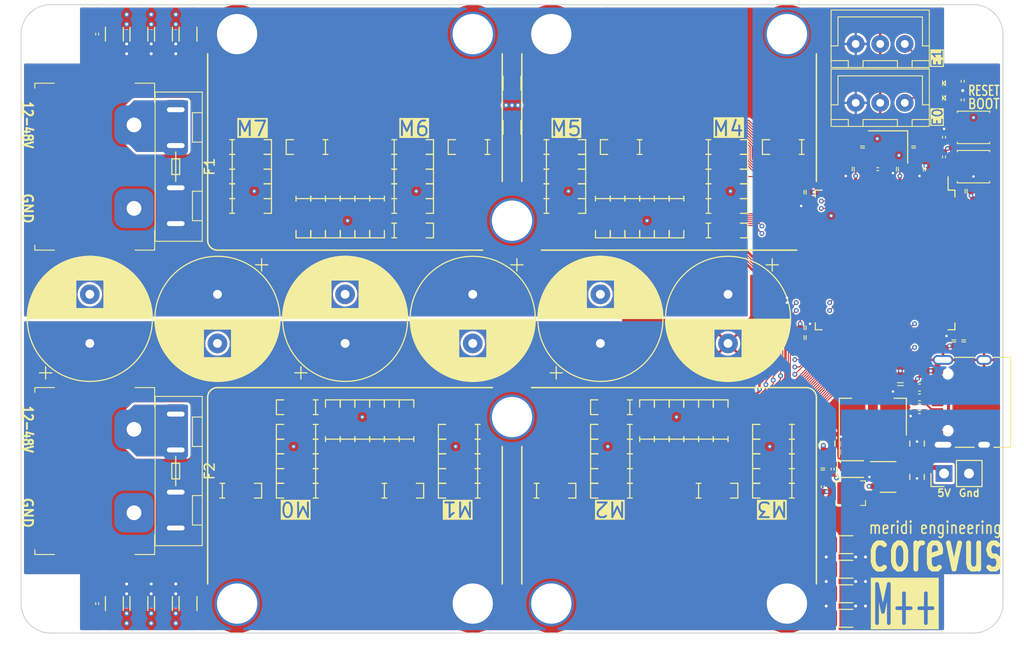
<source format=kicad_pcb>
(kicad_pcb (version 20240108) (generator "pcbnew") (generator_version "8.0")
  (layers (0 "F.Cu" signal) (1 "In1.Cu" power) (2 "In2.Cu" power) (31 "B.Cu" signal) (34 "B.Paste" user) (35 "F.Paste" user) (36 "B.SilkS" user "B.Silkscreen") (37 "F.SilkS" user "F.Silkscreen") (38 "B.Mask" user) (39 "F.Mask" user) (44 "Edge.Cuts" user))
  (net 0 "")
  (net 1 "+3.3V")
  (net 2 "GND")
  (net 3 "Net-(U3-PH0)")
  (net 4 "Net-(U3-PH1)")
  (net 5 "Net-(J4-Pin_1)")
  (net 6 "+5V")
  (net 7 "Net-(U2-FB)")
  (net 8 "+12V")
  (net 9 "/BOOT0")
  (net 10 "/SCK")
  (net 11 "/MOSI")
  (net 12 "/MISO")
  (net 13 "Net-(J3-CC1)")
  (net 14 "Net-(J3-D+-PadA6)")
  (net 15 "Net-(J3-D--PadA7)")
  (net 17 "Net-(J3-CC2)")
  (net 19 "Net-(U3-PA11)")
  (net 20 "Net-(U3-PA12)")
  (net 21 "/_{M6}Th")
  (net 22 "/_{M4}Th")
  (net 23 "/_{M2}Th")
  (net 24 "/_{M0}Th")
  (net 25 "/_{M7}~{CS}")
  (net 26 "/_{M6}~{CS}")
  (net 27 "/_{M5}~{CS}")
  (net 28 "/_{M4}~{CS}")
  (net 29 "/_{M3}~{CS}")
  (net 30 "/_{M2}~{CS}")
  (net 31 "/_{M1}~{CS}")
  (net 32 "/_{M0}~{CS}")
  (net 33 "/_{M7}~{En}")
  (net 34 "/_{M6}~{En}")
  (net 35 "/_{M5}~{En}")
  (net 36 "/_{M4}~{En}")
  (net 37 "/_{M3}~{En}")
  (net 38 "/_{M2}~{En}")
  (net 39 "/_{M1}~{En}")
  (net 40 "/_{M0}~{En}")
  (net 41 "/_{M7}Dir")
  (net 42 "/_{M6}Dir")
  (net 43 "/_{M5}Dir")
  (net 44 "/_{M4}Dir")
  (net 45 "/_{M3}Dir")
  (net 46 "/_{M2}Dir")
  (net 47 "/_{M1}Dir")
  (net 48 "/_{M0}Dir")
  (net 49 "/_{M7}Step")
  (net 50 "Net-(D1-A)")
  (net 51 "/_{M6}Step")
  (net 52 "/_{M5}Step")
  (net 53 "/E0")
  (net 54 "Net-(D2-A)")
  (net 55 "/E1")
  (net 56 "Net-(D3-A)")
  (net 57 "/_{M4}Step")
  (net 58 "/_{M3}Step")
  (net 59 "/_{M2}Step")
  (net 60 "/_{M1}Step")
  (net 61 "/_{M0}Step")
  (net 62 "/_{M7}Stall")
  (net 63 "/_{M6}Stall")
  (net 64 "/_{M5}Stall")
  (net 65 "/_{M4}Stall")
  (net 66 "/_{M3}Stall")
  (net 67 "/_{M2}Stall")
  (net 68 "/_{M1}Stall")
  (net 69 "/_{M0}Stall")
  (net 76 "unconnected-(U3-PA5-Pad29)")
  (net 77 "unconnected-(U3-PA6-Pad30)")
  (net 78 "unconnected-(U3-PA7-Pad31)")
  (net 79 "Net-(C36-Pad2)")
  (net 81 "Net-(C37-Pad2)")
  (net 104 "Net-(J5-Pin_1)")
  (net 105 "/NRST")
  (net 106 "VMA")
  (net 107 "VMB")
  (net 108 "Net-(C4-Pad2)")
  (footprint "corevus:CP_Radial_D12.5mm_P5.00mm" (layer "F.Cu") (at 169 62 180)
    (property "Reference" "C13" (hide yes))
    (property "Value" "390μF 63V")
  )
  (footprint "AlphaLib:0402R" (layer "F.Cu") (at 205.9 37.8 -90)
    (property "Reference" "R1" (hide yes))
    (property "Value" "2.2kΩ")
  )
  (footprint "corevus:LGA_Spring" (layer "F.Cu") (at 185.25 78 90)
    (property "Reference" "T41" (hide yes))
    (property "Value" "En")
  )
  (footprint "corevus:LGA_Spring" (layer "F.Cu") (at 134.75 46 -90)
    (property "Reference" "T37" (hide yes))
    (property "Value" "En")
  )
  (footprint "AlphaLib:0402R" (layer "F.Cu") (at 192.65 77.3 -90)
    (property "Reference" "R4" (hide yes))
    (property "Value" "100kΩ")
  )
  (footprint "corevus:LGA_Spring" (layer "F.Cu") (at 182.25 79.5 -90)
    (property "Reference" "T73" (hide yes))
    (property "Value" "Stall")
  )
  (footprint "Capacitor_SMD:C_1206_3216Metric" (layer "F.Cu") (at 122 91 -90)
    (property "Reference" "C28" (hide yes))
    (property "Value" "1μF 63V")
  )
  (footprint "Capacitor_SMD:C_1206_3216Metric" (layer "F.Cu") (at 127 33 90)
    (property "Reference" "C29" (hide yes))
    (property "Value" "1μF 63V")
  )
  (footprint "corevus:LGA_Spring" (layer "F.Cu") (at 153.25 73.5 90)
    (property "Reference" "T67" (hide yes))
    (property "Value" "Step")
  )
  (footprint "corevus:M3_M2.5_PCB_Nut" (layer "F.Cu") (at 132 33)
    (property "Reference" "H7" (hide yes))
    (property "Value" "V_{M}")
  )
  (footprint "corevus:LGA_Spring" (layer "F.Cu") (at 151.25 53 -90)
    (property "Reference" "T7" (hide yes))
    (property "Value" "Therm")
  )
  (footprint "MountingHole:MountingHole_3.2mm_M3" (layer "F.Cu") (at 207 33)
    (property "Reference" "H3" (hide yes))
    (property "Value" "MountingHole")
  )
  (footprint "corevus:LGA_Spring" (layer "F.Cu") (at 169.75 44.5 90)
    (property "Reference" "T71" (hide yes))
    (property "Value" "Stall")
  )
  (footprint "Capacitor_SMD:C_1206_3216Metric" (layer "F.Cu") (at 194 87.5)
    (property "Reference" "C27" (hide yes))
    (property "Value" "1μF 63V")
  )
  (footprint "corevus:LGA_Spring" (layer "F.Cu") (at 150.25 79.5 -90)
    (property "Reference" "T75" (hide yes))
    (property "Value" "Stall")
  )
  (footprint "corevus:LGA_Spring" (layer "F.Cu") (at 185.25 73.5 90)
    (property "Reference" "T65" (hide yes))
    (property "Value" "Step")
  )
  (footprint "corevus:LGA_Spring" (layer "F.Cu") (at 151.25 49.000001 -90)
    (property "Reference" "T54" (hide yes))
    (property "Value" "Gnd")
  )
  (footprint "corevus:Kefa_KF8500-8.5-2P" (layer "F.Cu") (at 121.5 77.5 -90)
    (property "Reference" "J5" (hide yes))
    (property "Value" "Power In")
  )
  (footprint "corevus:LGA_Spring" (layer "F.Cu") (at 137.75 44.5 90)
    (property "Reference" "T69" (hide yes))
    (property "Value" "Stall")
  )
  (footprint "corevus:LGA_Spring" (layer "F.Cu") (at 183.25 44.5 -90)
    (property "Reference" "T32" (hide yes))
    (property "Value" "CS")
  )
  (footprint "corevus:LGA_Spring" (layer "F.Cu") (at 169.25 53 180)
    (property "Reference" "T8" (hide yes))
    (property "Value" "V_{SA}")
  )
  (footprint "corevus:LGA_Spring" (layer "F.Cu") (at 183.25 47.5 -90)
    (property "Reference" "T48" (hide yes))
    (property "Value" "Dir")
  )
  (footprint "corevus:LGA_Spring" (layer "F.Cu") (at 185.25 79.5 90)
    (property "Reference" "T33" (hide yes))
    (property "Value" "CS")
  )
  (footprint "corevus:CP_Radial_D12.5mm_P5.00mm" (layer "F.Cu") (at 143 62 180)
    (property "Reference" "C12" (hide yes))
    (property "Value" "390μF 63V")
  )
  (footprint "corevus:LGA_Spring" (layer "F.Cu") (at 168.75 71 90)
    (property "Reference" "T21" (hide yes))
    (property "Value" "Therm")
  )
  (footprint "corevus:LGA_Spring" (layer "F.Cu") (at 136.75 78 90)
    (property "Reference" "T44" (hide yes))
    (property "Value" "En")
  )
  (footprint "corevus:Kefa_KF8500-8.5-2P" (layer "F.Cu") (at 121.5 46.5 -90)
    (property "Reference" "J4" (hide yes))
    (property "Value" "Power In")
  )
  (footprint "corevus:LGA_Spring" (layer "F.Cu") (at 181.25 71)
    (property "Reference" "T15" (hide yes))
    (property "Value" "V_{SA}")
  )
  (footprint "corevus:M3_M2.5_PCB_Nut" (layer "F.Cu") (at 188 91)
    (property "Reference" "H11" (hide yes))
    (property "Value" "V_{M}")
  )
  (footprint "AlphaLib:0402R" (layer "F.Cu") (at 117.75 91 90)
    (property "Reference" "R13" (hide yes))
    (property "Value" "200kΩ")
  )
  (footprint "corevus:LGA_Spring" (layer "F.Cu") (at 173.75 71)
    (property "Reference" "T20" (hide yes))
    (property "Value" "3.3V")
  )
  (footprint "Capacitor_SMD:C_1206_3216Metric" (layer "F.Cu") (at 119.5 33 90)
    (property "Reference" "C21" (hide yes))
    (property "Value" "1μF 63V")
  )
  (footprint "corevus:LGA_Spring" (layer "F.Cu") (at 168.75 78 90)
    (property "Reference" "T42" (hide yes))
    (property "Value" "En")
  )
  (footprint "corevus:LGA_Spring" (layer "F.Cu") (at 175.25 53 180)
    (property "Reference" "T12" (hide yes))
    (property "Value" "MISO")
  )
  (footprint "Diode_SMD:D_SOD-323" (layer "F.Cu") (at 194.75 77.3)
    (property "Reference" "D3" (hide yes))
    (property "Value" "5819")
  )
  (footprint "corevus:M3_M2.5_PCB_Nut" (layer "F.Cu") (at 156 33)
    (property "Reference" "H8" (hide yes))
    (property "Value" "Gnd")
  )
  (footprint "AlphaLib:0402C" (layer "F.Cu") (at 191.65 77.3 90)
    (property "Reference" "C6" (hide yes))
    (property "Value" "4.7pF")
  )
  (footprint "corevus:LGA_Spring" (layer "F.Cu") (at 140.25 53 180)
    (property "Reference" "T2" (hide yes))
    (property "Value" "SClk")
  )
  (footprint "corevus:M3_M2.5_PCB_Nut" (layer "F.Cu") (at 164 33)
    (property "Reference" "H9" (hide yes))
    (property "Value" "V_{M}")
  )
  (footprint "corevus:LGA_Spring" (layer "F.Cu") (at 173.75 53 180)
    (property "Reference" "T11" (hide yes))
    (property "Value" "Gnd")
  )
  (footprint "corevus:LGA_Spring" (layer "F.Cu") (at 136.75 73.5 90)
    (property "Reference" "T68" (hide yes))
    (property "Value" "Step")
  )
  (footprint "corevus:CP_Radial_D12.5mm_P5.00mm" (layer "F.Cu") (at 156 62)
    (property "Reference" "C15" (hide yes))
    (property "Value" "390μF 63V")
  )
  (footprint "corevus:LGA_Spring" (layer "F.Cu") (at 138.75 53 180)
    (property "Reference" "T1" (hide yes))
    (property "Value" "V_{SA}")
  )
  (footprint "AlphaLib:0402C" (layer "F.Cu") (at 189.85 63.9 180)
    (property "Reference" "C36" (hide yes))
    (property "Value" "1µF")
  )
  (footprint "corevus:LGA_Spring" (layer "F.Cu") (at 144.75 71)
    (property "Reference" "T25" (hide yes))
    (property "Value" "Gnd")
  )
  (footprint "MountingHole:MountingHole_3.2mm_M3" (layer "F.Cu") (at 207 91)
    (property "Reference" "H4" (hide yes))
    (property "Value" "MountingHole")
  )
  (footprint "AlphaLib:0402R" (layer "F.Cu") (at 197.25 46.75)
    (property "Reference" "R11" (hide yes))
    (property "Value" "1kΩ")
  )
  (footprint "corevus:LGA_Spring" (layer "F.Cu") (at 153.25 74.999999 90)
    (property "Reference" "T59" (hide yes))
    (property "Value" "Gnd")
  )
  (footprint "AlphaLib:0402R" (layer "F.Cu") (at 201.5 70.5 180)
    (property "Reference" "R7" (hide yes))
    (property "Value" "33Ω")
  )
  (footprint "Capacitor_SMD:C_1206_3216Metric" (layer "F.Cu") (at 194 85)
    (property "Reference" "C31" (hide yes))
    (property "Value" "1μF 63V")
  )
  (footprint "Capacitor_SMD:C_0805_2012Metric" (layer "F.Cu") (at 201.25 78.1 -90)
    (property "Reference" "C1" (hide yes))
    (property "Value" "10μF")
  )
  (footprint "corevus:LGA_Spring" (layer "F.Cu") (at 183.25 46 -90)
    (property "Reference" "T40" (hide yes))
    (property "Value" "En")
  )
  (footprint "corevus:LGA_Spring" (layer "F.Cu") (at 175.25 71)
    (property "Reference" "T19" (hide yes))
    (property "Value" "MISO")
  )
  (footprint "corevus:LGA_Spring" (layer "F.Cu") (at 179.75 71)
    (property "Reference" "T16" (hide yes))
    (property "Value" "SClk")
  )
  (footprint "corevus:M3_M2.5_PCB_Nut" (layer "F.Cu") (at 156 91)
    (property "Reference" "H13" (hide yes))
    (property "Value" "V_{M}")
  )
  (footprint "Package_TO_SOT_SMD:SOT-223-3_TabPin2" (layer "F.Cu") (at 196.75 72 90)
    (property "Reference" "U1" (hide yes))
    (property "Value" "AMS1117-3.3")
  )
  (footprint "AlphaLib:0402R" (layer "F.Cu") (at 201.5 69.5 180)
    (property "Reference" "R8" (hide yes))
    (property "Value" "33Ω")
  )
  (footprint "corevus:LGA_Spring" (layer "F.Cu") (at 172.25 53 180)
    (property "Reference" "T10" (hide yes))
    (property "Value" "MOSI")
  )
  (footprint "AlphaLib:0402C" (layer "F.Cu") (at 189.85 62.9 180)
    (property "Reference" "C33" (hide yes))
    (property "Value" "1µF")
  )
  (footprint "AlphaLib:0402R" (layer "F.Cu") (at 201.5 68.5)
    (property "Reference" "R10" (hide yes))
    (property "Value" "5.1kΩ")
  )
  (footprint "corevus:LGA_Spring" (layer "F.Cu") (at 165.75 79.5 -90)
    (property "Reference" "T74" (hide yes))
    (property "Value" "Stall")
  )
  (footprint "corevus:M3_M2.5_PCB_Nut" (layer "F.Cu") (at 188 33)
    (property "Reference" "H10" (hide yes))
    (property "Value" "Gnd")
  )
  (footprint "corevus:LGA_Spring" (layer "F.Cu") (at 154.25 44.5 90)
    (property "Reference" "T70" (hide yes))
    (property "Value" "Stall")
  )
  (footprint "AlphaLib:0402C" (layer "F.Cu") (at 206.25 49)
    (property "Reference" "C35" (hide yes))
    (property "Value" "1µF")
  )
  (footprint "AlphaLib:0402C" (layer "F.Cu") (at 189.85 49.1)
    (property "Reference" "C10" (hide yes))
    (property "Value" "1µF")
  )
  (footprint "MountingHole:MountingHole_3.2mm_M3" (layer "F.Cu") (at 113 91)
    (property "Reference" "H2" (hide yes))
    (property "Value" "MountingHole")
  )
  (footprint "corevus:M3_M2.5_PCB_Nut" (layer "F.Cu") (at 160 52)
    (property "Reference" "H5" (hide yes))
    (property "Value" "Back")
  )
  (footprint "corevus:M3_M2.5_PCB_Nut" (layer "F.Cu") (at 132 91)
    (property "Reference" "H14" (hide yes))
    (property "Value" "Gnd")
  )
  (footprint "corevus:LGA_Spring" (layer "F.Cu") (at 134.75 50.5 -90)
    (property "Reference" "T61" (hide yes))
    (property "Value" "Step")
  )
  (footprint "corevus:XF-506P" (layer "F.Cu") (at 125.75 77.5 -90)
    (property "Reference" "F2")
    (property "Value" "10A")
  )
  (footprint "AlphaLib:0402C" (layer "F.Cu") (at 199.25 46.75)
    (property "Reference" "C8" (hide yes))
    (property "Value" "1µF")
  )
  (footprint "corevus:LGA_Spring" (layer "F.Cu") (at 153.25 78 90)
    (property "Reference" "T43" (hide yes))
    (property "Value" "En")
  )
  (footprint "corevus:LGA_Spring" (layer "F.Cu") (at 136.75 76.5 90)
    (property "Reference" "T52" (hide yes))
    (property "Value" "Dir")
  )
  (footprint "corevus:LGA_Spring" (layer "F.Cu") (at 170.75 53 180)
    (property "Reference" "T9" (hide yes))
    (property "Value" "SClk")
  )
  (footprint "corevus:LGA_Spring" (layer "F.Cu") (at 166.75 49.000001 -90)
    (property "Reference" "T55" (hide yes))
    (property "Value" "Gnd")
  )
  (footprint "AlphaLib:0402C" (layer "F.Cu") (at 195.7 44.5 -90)
    (property "Reference" "C4" (hide yes))
    (property "Value" "16pF")
  )
  (footprint "corevus:LGA_Spring" (layer "F.Cu") (at 166.75 44.5 -90)
    (property "Reference" "T31" (hide yes))
    (property "Value" "CS")
  )
  (footprint "Connector_PinHeader_2.54mm:PinHeader_1x02_P2.54mm_Vertical" (layer "F.Cu") (at 204 77.75 90)
    (property "Reference" "J6" (hide yes))
    (property "Value" "1x2P")
  )
  (footprint "corevus:LGA_Spring" (layer "F.Cu") (at 146.25 71)
    (property "Reference" "T24" (hide yes))
    (property "Value" "MOSI")
  )
  (footprint "corevus:L_Changjiang_FTC2520" (layer "F.Cu") (at 194.5 79.75)
    (property "Reference" "L1" (hide yes))
    (property "Value" "10µH")
  )
  (footprint "corevus:LGA_Spring" (layer "F.Cu") (at 166.75 47.5 -90)
    (property "Reference" "T47" (hide yes))
    (property "Value" "Dir")
  )
  (footprint "corevus:LGA_Spring" (layer "F.Cu") (at 168.75 79.5 90)
    (property "Reference" "T34" (hide yes))
    (property "Value" "CS")
  )
  (footprint "corevus:LGA_Spring" (layer "F.Cu") (at 141.75 71)
    (property "Reference" "T27" (hide yes))
    (property "Value" "3.3V")
  )
  (footprint "corevus:ShouHan_TS3315A" (layer "F.Cu") (at 207 46.5)
    (property "Reference" "SW2" (hide yes))
    (property "Value" "BOOT")
  )
  (footprint "corevus:LGA_Spring" (layer "F.Cu") (at 147.75 71)
    (property "Reference" "T23" (hide yes))
    (property "Value" "SClk")
  )
  (footprint "AlphaLib:0402C" (layer "F.Cu") (at 202 46.75)
    (property "Reference" "C38" (hide yes))
    (property "Value" "1µF")
  )
  (footprint "MountingHole:MountingHole_3.2mm_M3" (layer "F.Cu") (at 113 33)
    (property "Reference" "H1" (hide yes))
    (property "Value" "MountingHole")
  )
  (footprint "Capacitor_SMD:C_1206_3216Metric" (layer "F.Cu") (at 194 92.5)
    (property "Reference" "C19" (hide yes))
    (property "Value" "1μF 63V")
  )
  (footprint "corevus:LGA_Spring" (layer "F.Cu") (at 134.75 47.5 -90)
    (property "Reference" "T45" (hide yes))
    (property "Value" "Dir")
  )
  (footprint "corevus:LGA_Spring" (layer "F.Cu") (at 153.25 79.5 90)
    (property "Reference" "T35" (hide yes))
    (property "Value" "CS")
  )
  (footprint "Package_QFP:LQFP-100_14x14mm_P0.5mm" (layer "F.Cu") (at 198 56 -90)
    (property "Reference" "U3" (hide yes))
    (property "Value" "STM32H750VBTx")
  )
  (footprint "Capacitor_SMD:C_1206_3216Metric" (layer "F.Cu") (at 194 90)
    (property "Reference" "C23" (hide yes))
    (property "Value" "1μF 63V")
  )
  (footprint "corevus:LGA_Spring" (layer "F.Cu") (at 143.25 71)
    (property "Reference" "T26" (hide yes))
    (property "Value" "MISO")
  )
  (footprint "corevus:CP_Radial_D12.5mm_P5.00mm" (layer "F.Cu") (at 130 62)
    (property "Reference" "C14" (hide yes))
    (property "Value" "390μF 63V")
  )
  (footprint "Crystal:Crystal_SMD_3225-4Pin_3.2x2.5mm" (layer "F.Cu") (at 198.3 44.5 180)
    (property "Reference" "Y1" (hide yes))
    (property "Value" "25 MHz")
  )
  (footprint "AlphaLib:0603LED" (layer "F.Cu") (at 204 39.5)
    (property "Reference" "D2" (hide yes))
    (property "Value" "Red")
  )
  (footprint "corevus:LGA_Spring" (layer "F.Cu") (at 183.25 53 -90)
    (property "Reference" "T14" (hide yes))
    (property "Value" "Therm")
  )
  (footprint "corevus:LGA_Spring" (layer "F.Cu") (at 178.25 71)
    (property "Reference" "T17" (hide yes))
    (property "Value" "MOSI")
  )
  (footprint "AlphaLib:0402R" (layer "F.Cu") (at 204 45.5 90)
    (property "Reference" "R6" (hide yes))
    (property "Value" "10kΩ")
  )
  (footprint "corevus:LGA_Spring" (layer "F.Cu") (at 151.25 46 -90)
    (property "Reference" "T38" (hide yes))
    (property "Value" "En")
  )
  (footprint "corevus:LGA_Spring" (layer "F.Cu") (at 141.75 53 180)
    (property "Reference" "T3" (hide yes))
    (property "Value" "MOSI")
  )
  (footprint "corevus:LGA_Spring" (layer "F.Cu") (at 151.25 50.5 -90)
    (property "Reference" "T62" (hide yes))
    (property "Value" "Step")
  )
  (footprint "corevus:LGA_Spring" (layer "F.Cu") (at 183.25 49.000001 -90)
    (property "Reference" "T56" (hide yes))
    (property "Value" "Gnd")
  )
  (footprint "corevus:LGA_Spring" (layer "F.Cu") (at 143.25 53 180)
    (property "Reference" "T4" (hide yes))
    (property "Value" "Gnd")
  )
  (footprint "Capacitor_SMD:C_1206_3216Metric" (layer "F.Cu") (at 119.5 91 -90)
    (property "Reference" "C32" (hide yes))
    (property "Value" "1μF 63V")
  )
  (footprint "AlphaLib:0402C" (layer "F.Cu") (at 200.9 44.5 90)
    (property "Reference" "C3" (hide yes))
    (property "Value" "16pF")
  )
  (footprint "AlphaLib:0402R" (layer "F.Cu") (at 205.9 39.7 90)
    (property "Reference" "R2" (hide yes))
    (property "Value" "2.2kΩ")
  )
  (footprint "Capacitor_SMD:C_1206_3216Metric" (layer "F.Cu") (at 124.5 33 90)
    (property "Reference" "C25" (hide yes))
    (property "Value" "1μF 63V")
  )
  (footprint "AlphaLib:0402R" (layer "F.Cu") (at 201.5 71.5)
    (property "Reference" "R9" (hide yes))
    (property "Value" "5.1kΩ")
  )
  (footprint "Capacitor_SMD:C_1206_3216Metric" (layer "F.Cu") (at 127 91 -90)
    (property "Reference" "C20" (hide yes))
    (property "Value" "1μF 63V")
  )
  (footprint "AlphaLib:0603LED" (layer "F.Cu") (at 204 38)
    (property "Reference" "D1" (hide yes))
    (property "Value" "Red")
  )
  (footprint "Capacitor_SMD:C_1206_3216Metric" (layer "F.Cu") (at 160 42.5 90)
    (property "Reference" "C30" (hide yes))
    (property "Value" "1μF 63V")
  )
  (footprint "corevus:XF-506P" (layer "F.Cu") (at 125.75 46.5 -90)
    (property "Reference" "F1")
    (property "Value" "10A")
  )
  (footprint "AlphaLib:0402R" (layer "F.Cu") (at 117.75 33 -90)
    (property "Reference" "R12" (hide yes))
    (property "Value" "200kΩ")
  )
  (footprint "AlphaLib:0402C" (layer "F.Cu") (at 206 64.25 90)
    (property "Reference" "C37" (hide yes))
    (property "Value" "1µF")
  )
  (footprint "Package_TO_SOT_SMD:SOT-23-5" (layer "F.Cu") (at 198.3 78.1)
    (property "Reference" "U2" (hide yes))
    (property "Value" "TPS61040DBV")
  )
  (footprint "Capacitor_SMD:C_0805_2012Metric" (layer "F.Cu") (at 192.15 74.7 90)
    (property "Reference" "C7" (hide yes))
    (property "Value" "10μF")
  )
  (footprint "Capacitor_SMD:C_1206_3216Metric" (layer "F.Cu") (at 122 33 90)
    (property "Reference" "C17" (hide yes))
    (property "Value" "1μF 63V")
  )
  (footprint "corevus:LGA_Spring" (layer "F.Cu") (at 168.75 76.5 90)
    (property "Reference" "T50" (hide yes))
    (property "Value" "Dir")
  )
  (footprint "AlphaLib:0402R" (layer "F.Cu") (at 204 43.5 90)
    (property "Reference" "R5" (hide yes))
    (property "Value" "10kΩ")
  )
  (footprint "corevus:LGA_Spring" (layer "F.Cu") (at 151.25 44.5 -90)
    (property "Reference" "T30" (hide yes))
    (property "Value" "CS")
  )
  (footprint "corevus:ShouHan_TS3315A" (layer "F.Cu") (at 207 42.5)
    (property "Reference" "SW1" (hide yes))
    (property "Value" "RST")
  )
  (footprint "corevus:LGA_Spring" (layer "F.Cu") (at 136.75 74.999999 90)
    (property "Reference" "T60" (hide yes))
    (property "Value" "Gnd")
  )
  (footprint "AlphaLib:0402C" (layer "F.Cu") (at 194.75 46.75)
    (property "Reference" "C9" (hide yes))
    (property "Value" "1µF")
  )
  (footprint "corevus:LGA_Spring" (layer "F.Cu") (at 133.75 79.5 -90)
    (property "Reference" "T76" (hide yes))
    (property "Value" "Stall")
  )
  (footprint "corevus:LGA_Spring" (layer "F.Cu") (at 168.75 73.5 90)
    (property "Reference" "T66" (hide yes))
    (property "Value" "Step")
  )
  (footprint "corevus:LGA_Spring" (layer "F.Cu") (at 134.75 49 -90)
    (property "Reference" "T53" (hide yes))
    (property "Value" "Gnd")
  )
  (footprint "corevus:LGA_Spring" (layer "F.Cu") (at 151.25 47.5 -90)
    (property "Reference" "T46" (hide yes))
    (property "Value" "Dir")
  )
  (footprint "corevus:JST_XH_1x03" (layer "F.Cu") (at 197.5 34 180)
    (property "Reference" "J1" (hide yes))
    (property "Value" "XH")
  )
  (footprint "corevus:LGA_Spring" (layer "F.Cu") (at 149.25 71)
    (property "Reference" "T22" (hide yes))
    (property "Value" "V_{SA}")
  )
  (footprint "Capacitor_SMD:C_1206_3216Metric" (layer "F.Cu") (at 160 38 -90)
    (property "Reference" "C26" (hide yes))
    (property "Value" "1μF 63V")
  )
  (footprint "corevus:LGA_Spring" (layer "F.Cu") (at 176.75 71)
    (property "Reference" "T18" (hide yes))
    (property "Value" "Gnd")
  )
  (footprint "Capacitor_SMD:C_0805_2012Metric" (layer "F.Cu") (at 201.25 74.7 90)
    (property "Reference" "C2" (hide yes))
    (property "Value" "10μF")
  )
  (footprint "corevus:M3_M2.5_PCB_Nut" (layer "F.Cu") (at 164 91)
    (property "Reference" "H12" (hide yes))
    (property "Value" "Gnd")
  )
  (footprint "AlphaLib:0402C" (layer "F.Cu") (at 205 64.25 -90)
    (property "Reference" "C34" (hide yes))
    (property "Value" "1µF")
  )
  (footprint "AlphaLib:0603C" (layer "F.Cu") (at 199.55 68.65 90)
    (property "Reference" "C5" (hide yes))
    (property "Value" "10μF")
  )
  (footprint "corevus:CP_Radial_D12.5mm_P5.00mm" (layer "F.Cu") (at 182 62)
    (property "Reference" "C16" (hide yes))
    (property "Value" "390μF 63V")
  )
  (footprint "AlphaLib:0402R" (layer "F.Cu") (at 191.65 79.1 90)
    (property "Reference" "R3" (hide yes))
    (property "Value" "10kΩ")
  )
  (footprint "corevus:LGA_Spring" (layer "F.Cu") (at 144.75 53 180)
    (property "Reference" "T5" (hide yes))
    (property "Value" "MISO")
  )
  (footprint "corevus:LGA_Spring" (layer "F.Cu") (at 185.25 76.5 90)
    (property "Reference" "T49" (hide yes))
    (property "Value" "Dir")
  )
  (footprint "corevus:LGA_Spring" (layer "F.Cu") (at 136.75 71 90)
    (property "Reference" "T28" (hide yes))
    (property "Value" "Therm")
  )
  (footprint "corevus:LGA_Spring" (layer "F.Cu") (at 185.25 74.999999 90)
    (property "Reference" "T57" (hide yes))
    (property "Value" "Gnd")
  )
  (footprint "corevus:JST_XH_1x03" (layer "F.Cu") (at 197.5 40 180)
    (property "Reference" "J2" (hide yes))
    (property "Value" "XH")
  )
  (footprint "corevus:LGA_Spring" (layer "F.Cu") (at 168.75 74.999999 90)
    (property "Reference" "T58" (hide yes))
    (property "Value" "Gnd")
  )
  (footprint "corevus:LGA_Spring" (layer "F.Cu") (at 166.75 46 -90)
    (property "Reference" "T39" (hide yes))
    (property "Value" "En")
  )
  (footprint "Capacitor_SMD:C_1206_3216Metric" (layer "F.Cu") (at 124.5 91 -90)
    (property "Reference" "C24" (hide yes))
    (property "Value" "1μF 63V")
  )
  (footprint "corevus:LGA_Spring" (layer "F.Cu") (at 176.75 53 180)
    (property "Reference" "T13" (hide yes))
    (property "Value" "3.3V")
  )
  (footprint "corevus:LGA_Spring" (layer "F.Cu") (at 166.75 50.5 -90)
    (property "Reference" "T63" (hide yes))
    (property "Value" "Step")
  )
  (footprint "corevus:USB_Type-C_16p" (layer "F.Cu") (at 207 70.5 90)
    (property "Reference" "J3" (hide yes))
    (property "Value" "USB 2.0")
  )
  (footprint "corevus:LGA_Spring" (layer "F.Cu") (at 183.25 50.5 -90)
    (property "Reference" "T64" (hide yes))
    (property "Value" "Step")
  )
  (footprint "corevus:LGA_Spring" (layer "F.Cu") (at 153.25 76.5 90)
    (property "Reference" "T51" (hide yes))
    (property "Value" "Dir")
  )
  (footprint "corevus:LGA_Spring" (layer "F.Cu") (at 186.25 44.5 90)
    (property "Reference" "T72" (hide yes))
    (property "Value" "Stall")
  )
  (footprint "corevus:CP_Radial_D12.5mm_P5.00mm" (layer "F.Cu") (at 117 62 180)
    (property "Reference" "C11" (hide yes))
    (property "Value" "390μF 63V")
  )
  (footprint "corevus:LGA_Spring" (layer "F.Cu") (at 134.75 44.5 -90)
    (property "Reference" "T29" (hide yes))
    (property "Value" "CS")
  )
  (footprint "corevus:LGA_Spring" (layer "F.Cu") (at 136.75 79.5 90)
    (property "Reference" "T36" (hide yes))
    (property "Value" "CS")
  )
  (footprint "corevus:LGA_Spring" (layer "F.Cu") (at 146.25 53 180)
    (property "Reference" "T6" (hide yes))
    (property "Value" "3.3V")
  )
  (footprint "corevus:M3_M2.5_PCB_Nut" (layer "F.Cu") (at 160 72)
    (property "Reference" "H6" (hide yes))
    (property "Value" "Back")
  )
  (gr_line (start 191 35) (end 191 48) (stroke (width 0.15)) (layer "F.SilkS"))
  (gr_line (start 129.000001 89) (end 129.000001 70) (stroke (width 0.15)) (layer "F.SilkS"))
  (gr_line (start 129 35) (end 129 54) (stroke (width 0.15)) (layer "F.SilkS"))
  (gr_arc (start 129.000001 70) (mid 129.292894 69.292894) (end 130 69) (stroke (width 0.15)) (layer "F.SilkS"))
  (gr_line (start 190.999999 89) (end 190.999999 70) (stroke (width 0.15)) (layer "F.SilkS"))
  (gr_line (start 162 69) (end 190 69) (stroke (width 0.15)) (layer "F.SilkS"))
  (gr_line (start 161 89) (end 161 75) (stroke (width 0.15)) (layer "F.SilkS"))
  (gr_line (start 163 55) (end 189 55) (stroke (width 0.15)) (layer "F.SilkS"))
  (gr_line (start 158 69) (end 130 69) (stroke (width 0.15)) (layer "F.SilkS"))
  (gr_line (start 161 35) (end 161 48) (stroke (width 0.15)) (layer "F.SilkS"))
  (gr_line (start 159 89) (end 159 75) (stroke (width 0.15)) (layer "F.SilkS"))
  (gr_line (start 159 35) (end 159 48) (stroke (width 0.15)) (layer "F.SilkS"))
  (gr_arc (start 190 69) (mid 190.707107 69.292893) (end 190.999999 70) (stroke (width 0.15)) (layer "F.SilkS"))
  (gr_arc (start 130 55) (mid 129.292893 54.707107) (end 129 54) (stroke (width 0.15)) (layer "F.SilkS"))
  (gr_line (start 157 55) (end 130 55) (stroke (width 0.15)) (layer "F.SilkS"))
  (gr_arc (start 210 91) (mid 209.12132 93.121321) (end 207 94) (stroke (width 0.1)) (layer "Edge.Cuts"))
  (gr_line (start 113 30) (end 207 30) (stroke (width 0.1)) (layer "Edge.Cuts"))
  (gr_line (start 110 91) (end 110 33) (stroke (width 0.1)) (layer "Edge.Cuts"))
  (gr_line (start 207 94) (end 113 94) (stroke (width 0.1)) (layer "Edge.Cuts"))
  (gr_line (start 210 33) (end 210 91) (stroke (width 0.1)) (layer "Edge.Cuts"))
  (gr_arc (start 110 33) (mid 110.87868 30.87868) (end 113 30) (stroke (width 0.1)) (layer "Edge.Cuts"))
  (gr_arc (start 113 94) (mid 110.87868 93.12132) (end 110 91) (stroke (width 0.1)) (layer "Edge.Cuts"))
  (gr_arc (start 207 30) (mid 209.12132 30.87868) (end 210 33) (stroke (width 0.1)) (layer "Edge.Cuts"))
  (gr_text "M0" (at 138 80.5 180) (layer "F.SilkS" knockout) (effects (font (size 1.5 1.5) (thickness 0.2)) (justify bottom)))
  (gr_text "M2" (at 170 80.5 180) (layer "F.SilkS" knockout) (effects (font (size 1.5 1.5) (thickness 0.2)) (justify bottom)))
  (gr_text "M6" (at 150 43.5 0) (layer "F.SilkS" knockout) (effects (font (size 1.5 1.5) (thickness 0.2)) (justify bottom)))
  (gr_text "E0" (at 202.75 42.5 90) (layer "F.SilkS" knockout) (effects (font (size 1 1)) (justify left top)))
  (gr_text "E1" (at 202.75 36.5 90) (layer "F.SilkS" knockout) (effects (font (size 1 1)) (justify left top)))
  (gr_text "corevus" (at 196 88 0) (layer "F.SilkS") (effects (font (size 4 2.4) (thickness 0.5)) (justify left bottom)))
  (gr_text "RESET" (at 206.38 39.35 0) (layer "F.SilkS") (effects (font (size 1 0.7)) (justify left bottom)))
  (gr_text "Gnd" (at 206.57 79.3 0) (layer "F.SilkS") (effects (font (size 0.75 0.75)) (justify top)))
  (gr_text "meridi engineering" (at 196.25 84 0) (layer "F.SilkS") (effects (font (size 1.25 0.96) (thickness 0.15) (bold yes)) (justify left bottom)))
  (gr_text "GND" (at 111.25 50.75 270) (layer "F.SilkS") (effects (font (size 1 1) (thickness 0.2) (bold yes)) (justify top)))
  (gr_text "M1" (at 154.5 80.5 180) (layer "F.SilkS" knockout) (effects (font (size 1.5 1.5) (thickness 0.2)) (justify bottom)))
  (gr_text "12-48V" (at 111.25 73.25 270) (layer "F.SilkS") (effects (font (size 1 0.8) (thickness 0.2) (bold yes)) (justify top)))
  (gr_text "M++" (at 196.5 93.5 0) (layer "F.SilkS" knockout) (effects (font (size 4 1.8) (thickness 0.375)) (justify left bottom)))
  (gr_text "12-48V" (at 111.25 42.25 270) (layer "F.SilkS") (effects (font (size 1 0.8) (thickness 0.2) (bold yes)) (justify top)))
  (gr_text "M4" (at 182 43.5 0) (layer "F.SilkS" knockout) (effects (font (size 1.5 1.5) (thickness 0.2)) (justify bottom)))
  (gr_text "GND" (at 111.25 81.75 270) (layer "F.SilkS") (effects (font (size 1 1) (thickness 0.2) (bold yes)) (justify top)))
  (gr_text "M3" (at 186.5 80.5 180) (layer "F.SilkS" knockout) (effects (font (size 1.5 1.5) (thickness 0.2)) (justify bottom)))
  (gr_text "M7" (at 133.5 43.5 0) (layer "F.SilkS" knockout) (effects (font (size 1.5 1.5) (thickness 0.2)) (justify bottom)))
  (gr_text "5V" (at 204 79.3 0) (layer "F.SilkS") (effects (font (size 0.75 0.75)) (justify top)))
  (gr_text "M5" (at 165.5 43.5 0) (layer "F.SilkS" knockout) (effects (font (size 1.5 1.5) (thickness 0.2)) (justify bottom)))
  (gr_text "BOOT" (at 206.35 40.7 0) (layer "F.SilkS") (effects (font (size 1 0.83)) (justify left bottom)))
  (segment (start 197.3 69.4) (end 196.75 68.85) (width 0.5) (layer "F.Cu") (net 1))
  (segment (start 190.35 62.5) (end 190.35 62.025) (width 0.15) (layer "F.Cu") (net 1))
  (segment (start 168.213908 50.125) (end 175.375 50.125) (width 0.25) (layer "F.Cu") (net 1))
  (segment (start 175.125 73.875) (end 173.75 72.5) (width 0.25) (layer "F.Cu") (net 1))
  (segment (start 190.35 62.025) (end 190.325 62) (width 0.15) (layer "F.Cu") (net 1))
  (segment (start 172.275 70.025) (end 173.75 71.5) (width 0.25) (layer "F.Cu") (net 1))
  (segment (start 195 46) (end 194.25 46.75) (width 0.15) (layer "F.Cu") (net 1))
  (segment (start 189.45 50.5) (end 189.35 50.4) (width 0.1) (layer "F.Cu") (net 1))
  (segment (start 198.8 47.15) (end 199 47.35) (width 0.15) (layer "F.Cu") (net 1))
  (segment (start 199.55 69.4) (end 198.8 69.4) (width 0.5) (layer "F.Cu") (net 1))
  (segment (start 182.586092 53.775) (end 178.025 53.775) (width 0.25) (layer "F.Cu") (net 1))
  (segment (start 208.85 47.5) (end 207 47.5) (width 0.15) (layer "F.Cu") (net 1))
  (segment (start 194.5 48.325) (end 194 48.325) (width 0.15) (layer "F.Cu") (net 1))
  (segment (start 153.086092 72.525) (end 154.633114 72.525) (width 0.25) (layer "F.Cu") (net 1))
  (segment (start 205.75 49) (end 205.75 49.925) (width 0.15) (layer "F.Cu") (net 1))
  (segment (start 187.85 60.5) (end 187.85 68.054592) (width 0.25) (layer "F.Cu") (net 1))
  (segment (start 194 48.325) (end 194 47.45) (width 0.15) (layer "F.Cu") (net 1))
  (segment (start 204 42.65) (end 204 43) (width 0.15) (layer "F.Cu") (net 1))
  (segment (start 178.025 53.775) (end 176.75 52.5) (width 0.25) (layer "F.Cu") (net 1))
  (segment (start 207 47.5) (end 205.15 47.5) (width 0.15) (layer "F.Cu") (net 1))
  (segment (start 161.421963 68.580076) (end 162.866886 70.025) (width 0.25) (layer "F.Cu") (net 1))
  (segment (start 156.908114 53.75) (end 158.578038 55.419924) (width 0.25) (layer "F.Cu") (net 1))
  (segment (start 205 63.75) (end 204.25 63.75) (width 0.15) (layer "F.Cu") (net 1))
  (segment (start 187.85 59.7) (end 187.85 59.038908) (width 0.25) (layer "F.Cu") (net 1))
  (segment (start 204.075 63.75) (end 204 63.675) (width 0.15) (layer "F.Cu") (net 1))
  (segment (start 205.75 49) (end 205.75 48.1) (width 0.15) (layer "F.Cu") (net 1))
  (segment (start 141.75 72.5) (end 143.125 73.875) (width 0.25) (layer "F.Cu") (net 1))
  (segment (start 194 47) (end 194.25 46.75) (width 0.15) (layer "F.Cu") (net 1))
  (segment (start 154.633114 72.525) (end 158.578038 68.580076) (width 0.25) (layer "F.Cu") (net 1))
  (segment (start 188 59.85) (end 188 60.35) (width 0.25) (layer "F.Cu") (net 1))
  (segment (start 204.25 63.75) (end 204.075 63.75) (width 0.15) (layer "F.Cu") (net 1))
  (segment (start 196.75 75.15) (end 196.75 68.85) (width 1) (layer "F.Cu") (net 1))
  (segment (start 205.9 38.75) (end 205.9 38.3) (width 0.15) (layer "F.Cu") (net 1))
  (segment (start 198.75 47.1) (end 198.75 46.75) (width 0.15) (layer "F.Cu") (net 1))
  (segment (start 182.029592 73.875) (end 175.125 73.875) (width 0.25) (layer "F.Cu") (net 1))
  (segment (start 205.9 39.2) (end 205.9 38.75) (width 0.15) (layer "F.Cu") (net 1))
  (segment (start 195 40) (end 195 46) (width 0.15) (layer "F.Cu") (net 1))
  (segment (start 201.5 48.325) (end 201.5 47.45) (width 0.15) (layer "F.Cu") (net 1))
  (segment (start 198.8 47.15) (end 198.75 47.1) (width 0.15) (layer "F.Cu") (net 1))
  (segment (start 143.125 73.875) (end 151.736092 73.875) (width 0.25) (layer "F.Cu") (net 1))
  (segment (start 162.918984 55.419924) (end 168.213908 50.125) (width 0.25) (layer "F.Cu") (net 1))
  (segment (start 188 59.85) (end 187.85 59.7) (width 0.25) (layer "F.Cu") (net 1))
  (segment (start 151.736092 73.875) (end 153.086092 72.525) (width 0.25) (layer "F.Cu") (net 1))
  (segment (start 146.25 52.5) (end 147.5 53.75) (width 0.25) (layer "F.Cu") (net 1))
  (segment (start 205.75 49.925) (end 205.675 50) (width 0.15) (layer "F.Cu") (net 1))
  (segment (start 188 60.35) (end 187.85 60.5) (width 0.25) (layer "F.Cu") (net 1))
  (segment (start 175.375 50.125) (end 176.75 51.5) (width 0.25) (layer "F.Cu") (net 1))
  (segment (start 201.5 47.45) (end 201.5 46.75) (width 0.15) (layer "F.Cu") (net 1))
  (segment (start 205.75 48.1) (end 205.15 47.5) (width 0.15) (layer "F.Cu") (net 1))
  (segment (start 158.578038 68.580076) (end 161.421963 68.580076) (width 0.25) (layer "F.Cu") (net 1))
  (segment (start 162.866886 70.025) (end 172.275 70.025) (width 0.25) (layer "F.Cu") (net 1))
  (segment (start 198.8 69.4) (end 197.3 69.4) (width 0.5) (layer "F.Cu") (net 1))
  (segment (start 189.35 50.4) (end 189.35 49.1) (width 0.1) (layer "F.Cu") (net 1))
  (segment (start 141.75 71.5) (end 141.75 72.5) (width 0.25) (layer "F.Cu") (net 1))
  (segment (start 187.85 68.054592) (end 182.029592 73.875) (width 0.25) (layer "F.Cu") (net 1))
  (segment (start 195 34) (end 195 40) (width 0.15) (layer "F.Cu") (net 1))
  (segment (start 158.578038 55.419924) (end 162.918984 55.419924) (width 0.25) (layer "F.Cu") (net 1))
  (segment (start 187.85 59.038908) (end 182.586092 53.775) (width 0.25) (layer "F.Cu") (net 1))
  (segment (start 199 47.35) (end 199 48.325) (width 0.15) (layer "F.Cu") (net 1))
  (segment (start 190.35 62.9) (end 190.35 62.5) (width 0.15) (layer "F.Cu") (net 1))
  (segment (start 147.5 53.75) (end 156.908114 53.75) (width 0.25) (layer "F.Cu") (net 1))
  (segment (start 194 47.45) (end 194 47) (width 0.15) (layer "F.Cu") (net 1))
  (segment (start 190.325 50.5) (end 189.45 50.5) (width 0.1) (layer "F.Cu") (net 1))
  (via (at 204.25 63.75) (size 0.5) (drill 0.25) (layers "F.Cu" "B.Cu") (net 1))
  (via (at 198.8 47.15) (size 0.5) (drill 0.25) (layers "F.Cu" "B.Cu") (net 1))
  (via (at 188 59.85) (size 0.5) (drill 0.25) (layers "F.Cu" "B.Cu") (net 1))
  (via (at 188 60.35) (size 0.5) (drill 0.25) (layers "F.Cu" "B.Cu") (net 1))
  (via (at 190.35 62.5) (size 0.5) (drill 0.25) (layers "F.Cu" "B.Cu") (net 1))
  (via (at 194 47.45) (size 0.5) (drill 0.25) (layers "F.Cu" "B.Cu") (net 1))
  (via (at 205.9 38.75) (size 0.6) (drill 0.3) (layers "F.Cu" "B.Cu") (net 1))
  (via (at 201.5 47.45) (size 0.5) (drill 0.25) (layers "F.Cu" "B.Cu") (net 1))
  (via (at 204 42.65) (size 0.5) (drill 0.25) (layers "F.Cu" "B.Cu") (net 1))
  (via (at 198.8 69.4) (size 0.5) (drill 0.25) (layers "F.Cu" "B.Cu") (net 1))
  (via (at 189.45 50.5) (size 0.5) (drill 0.25) (layers "F.Cu" "B.Cu") (net 1))
  (via (at 207 47.5) (size 0.5) (drill 0.25) (layers "F.Cu" "B.Cu") (net 1))
  (segment (start 200.9 45) (end 199.75 45) (width 0.15) (layer "F.Cu") (net 2))
  (segment (start 191.65 79.6) (end 192.05 79.6) (width 0.15) (layer "F.Cu") (net 2))
  (segment (start 201 71.5) (end 200.6 71.9) (width 0.15) (layer "F.Cu") (net 2))
  (segment (start 203.33 74.78) (end 203.35 74.8) (width 0.6) (layer "F.Cu") (net 2))
  (segment (start 206.75 50.078554) (end 206.328554 50.5) (width 0.15) (layer "F.Cu") (net 2))
  (segment (start 205.15 41.5) (end 207 41.5) (width 0.15) (layer "F.Cu") (net 2))
  (segment (start 189.35 62.9) (end 189.35 62.5) (width 0.15) (layer "F.Cu") (net 2))
  (segment (start 197.1625 78.1) (end 196.4 78.1) (width 0.5) (layer "F.Cu") (net 2))
  (segment (start 195 47.45) (end 195 47) (width 0.15) (layer "F.Cu") (net 2))
  (segment (start 193.5 74) (end 193.525 74) (width 0.5) (layer "F.Cu") (net 2))
  (segment (start 195 48.325) (end 195 47.45) (width 0.15) (layer "F.Cu") (net 2))
  (segment (start 189.671446 61.5) (end 190.325 61.5) (width 0.15) (layer "F.Cu") (net 2))
  (segment (start 206 64.75) (end 205 64.75) (width 0.15) (layer "F.Cu") (net 2))
  (segment (start 204 45) (end 204.35 44.65) (width 0.15) (layer "F.Cu") (net 2))
  (segment (start 201.25 79.05) (end 201.25 78.25) (width 0.5) (layer "F.Cu") (net 2))
  (segment (start 189.706802 61.5) (end 190.325 61.5) (width 0.1) (layer "F.Cu") (net 2))
  (segment (start 199.5 48.325) (end 199.5 47.45) (width 0.15) (layer "F.Cu") (net 2))
  (segment (start 203.33 66.22) (end 203.35 66.2) (width 0.6) (layer "F.Cu") (net 2))
  (segment (start 206.75 49.45) (end 206.75 50.078554) (width 0.15) (layer "F.Cu") (net 2))
  (segment (start 203.5 64.328554) (end 203.5 63.675) (width 0.15) (layer "F.Cu") (net 2))
  (segment (start 206.75 49) (end 206.75 49.45) (width 0.15) (layer "F.Cu") (net 2))
  (segment (start 118.499999 32.500001) (end 118.75 32.25) (width 0.15) (layer "F.Cu") (net 2))
  (segment (start 201 68.5) (end 201 68.4) (width 0.15) (layer "F.Cu") (net 2))
  (segment (start 117.75 32.500001) (end 118.499999 32.500001) (width 0.15) (layer "F.Cu") (net 2))
  (segment (start 207 41.5) (end 208.85 41.5) (width 0.15) (layer "F.Cu") (net 2))
  (segment (start 199.5 47) (end 199.75 46.75) (width 0.15) (layer "F.Cu") (net 2))
  (segment (start 189.35 62.5) (end 189.35 61.821446) (width 0.15) (layer "F.Cu") (net 2))
  (segment (start 190.35 49.1) (end 190.35 49.975) (width 0.15) (layer "F.Cu") (net 2))
  (segment (start 190.35 49.975) (end 190.325 50) (width 0.15) (layer "F.Cu") (net 2))
  (segment (start 202.8 67.15) (end 202.65 67.3) (width 0.3) (layer "F.Cu") (net 2))
  (segment (start 204.55 64.75) (end 203.921446 64.75) (width 0.15) (layer "F.Cu") (net 2))
  (segment (start 190.35 49.1) (end 190.75 49.1) (width 0.15) (layer "F.Cu") (net 2))
  (segment (start 202.8 67.45) (end 202.65 67.3) (width 0.3) (layer "F.Cu") (net 2))
  (segment (start 203.33 67.15) (end 202.8 67.15) (width 0.3) (layer "F.Cu") (net 2))
  (segment (start 193.525 74) (end 194.425 74.9) (width 0.5) (layer "F.Cu") (net 2))
  (segment (start 203.33 67.15) (end 203.33 66.22) (width 0.6) (layer "F.Cu") (net 2))
  (segment (start 193.25 73.75) (end 193.5 74) (width 0.5) (layer "F.Cu") (net 2))
  (segment (start 201 68.4) (end 201.3 68.1) (width 0.15) (layer "F.Cu") (net 2))
  (segment (start 205 64.75) (end 204.55 64.75) (width 0.15) (layer "F.Cu") (net 2))
  (segment (start 199.55 67.3) (end 199.55 67.9) (width 0.5) (layer "F.Cu") (net 2))
  (segment (start 199.75 45) (end 199.4 45.35) (width 0.15) (layer "F.Cu") (net 2))
  (segment (start 189.35 61.821446) (end 189.671446 61.5) (width 0.15) (layer "F.Cu") (net 2))
  (segment (start 202.5 46.75) (end 202.15 46.4) (width 0.15) (layer "F.Cu") (net 2))
  (segment (start 189.35 62.9) (end 190.35 63.9) (width 0.15) (layer "F.Cu") (net 2))
  (segment (start 197.2 43.65) (end 196.050001 43.65) (width 0.15) (layer "F.Cu") (net 2))
  (segment (start 196.050001 43.65) (end 195.7 44.000001) (width 0.15) (layer "F.Cu") (net 2))
  (segment (start 206.328554 50.5) (end 205.675 50.5) (width 0.15) (layer "F.Cu") (net 2))
  (segment (start 192.15 73.75) (end 193.25 73.75) (width 0.5) (layer "F.Cu") (net 2))
  (segment (start 203.33 73.85) (end 203.33 74.78) (width 0.6) (layer "F.Cu") (net 2))
  (segment (start 199.5 47.45) (end 199.5 47) (width 0.15) (layer "F.Cu") (net 2))
  (segment (start 195 47) (end 195.25 46.75) (width 0.15) (layer "F.Cu") (net 2))
  (segment (start 117.75 91.499999) (end 118.499999 91.499999) (width 0.15) (layer "F.Cu") (net 2))
  (segment (start 203.921446 64.75) (end 203.5 64.328554) (width 0.15) (layer "F.Cu") (net 2))
  (segment (start 201.25 73.75) (end 201.25 74.5) (width 0.5) (layer "F.Cu") (net 2))
  (segment (start 194.425 74.9) (end 194.45 74.9) (width 0.5) (layer "F.Cu") (net 2))
  (segment (start 203.33 67.45) (end 202.8 67.45) (width 0.3) (layer "F.Cu") (net 2))
  (segment (start 118.499999 91.499999) (end 118.75 91.75) (width 0.15) (layer "F.Cu") (net 2))
  (via (at 125.75 32) (size 0.6) (drill 0.3) (layers "F.Cu" "B.Cu") (net 2))
  (via (at 165.75 49) (size 0.5) (drill 0.25) (layers "F.Cu" "B.Cu") (net 2))
  (via (at 193.5 74) (size 0.5) (drill 0.25) (layers "F.Cu" "B.Cu") (net 2))
  (via (at 195 91.25) (size 0.6) (drill 0.3) (layers "F.Cu" "B.Cu") (net 2))
  (via (at 150.25 49) (size 0.5) (drill 0.25) (layers "F.Cu" "B.Cu") (net 2))
  (via (at 186.25 75) (size 0.5) (drill 0.25) (layers "F.Cu" "B.Cu") (net 2))
  (via (at 120.75 32) (size 0.6) (drill 0.3) (layers "F.Cu" "B.Cu") (net 2))
  (via (at 120.75 31) (size 0.6) (drill 0.3) (layers "F.Cu" "B.Cu") (net 2))
  (via (at 199.4 45.35) (size 0.5) (drill 0.25) (layers "F.Cu" "B.Cu") (net 2))
  (via (at 133.75 49) (size 0.5) (drill 0.25) (layers "F.Cu" "B.Cu") (net 2))
  (via (at 196 86.25) (size 0.6) (drill 0.3) (layers "F.Cu" "B.Cu") (net 2))
  (via (at 182.25 49) (size 0.5) (drill 0.25) (layers "F.Cu" "B.Cu") (net 2))
  (via (at 197.2 43.65) (size 0.5) (drill 0.25) (layers "F.Cu" "B.Cu") (net 2))
  (via (at 196.4 78.1) (size 0.5) (drill 0.25) (layers "F.Cu" "B.Cu") (net 2))
  (via (at 160 40.25) (size 0.6) (drill 0.3) (layers "F.Cu" "B.Cu") (net 2))
  (via (at 123.25 31) (size 0.6) (drill 0.3) (layers "F.Cu" "B.Cu") (net 2))
  (via (at 206.75 49.45) (size 0.5) (drill 0.25) (layers "F.Cu" "B.Cu") (net 2))
  (via (at 196 91.25) (size 0.6) (drill 0.3) (layers "F.Cu" "B.Cu") (net 2))
  (via (at 143.25 52) (size 0.5) (drill 0.25) (layers "F.Cu" "B.Cu") (net 2))
  (via (at 195 86.25) (size 0.6) (drill 0.3) (layers "F.Cu" "B.Cu") (net 2))
  (via (at 160.6 40.25) (size 0.6) (drill 0.3) (layers "F.Cu" "B.Cu") (net 2))
  (via (at 154.25 75) (size 0.5) (drill 0.25) (layers "F.Cu" "B.Cu") (net 2))
  (via (at 192.05 79.6) (size 0.5) (drill 0.25) (layers "F.Cu" "B.Cu") (net 2))
  (via (at 125.75 92) (size 0.6) (drill 0.3) (layers "F.Cu" "B.Cu") (net 2))
  (via (at 196 88.75) (size 0.6) (drill 0.3) (layers "F.Cu" "B.Cu") (net 2))
  (via (at 125.75 31) (size 0.6) (drill 0.3) (layers "F.Cu" "B.Cu") (net 2))
  (via (at 169.75 75) (size 0.5) (drill 0.25) (layers "F.Cu" "B.Cu") (net 2))
  (via (at 144.75 72) (size 0.5) (drill 0.25) (layers "F.Cu" "B.Cu") (net 2))
  (via (at 189.35 62.5) (size 0.5) (drill 0.25) (layers "F.Cu" "B.Cu") (net 2))
  (via (at 120.75 92) (size 0.6) (drill 0.3) (layers "F.Cu" "B.Cu") (net 2))
  (via (at 123.25 93) (size 0.6) (drill 0.3) (layers "F.Cu" "B.Cu") (net 2))
  (via (at 201.25 78.25) (size 0.5) (drill 0.25) (layers "F.Cu" "B.Cu") (net 2))
  (via (at 195 88.75) (size 0.6) (drill 0.3) (layers "F.Cu" "B.Cu") (net 2))
  (via (at 159.4 40.25) (size 0.6) (drill 0.3) (layers "F.Cu" "B.Cu") (net 2))
  (via (at 199.5 47.45) (size 0.5) (drill 0.25) (layers "F.Cu" "B.Cu") (net 2))
  (via (at 173.75 52) (size 0.5) (drill 0.25) (layers "F.Cu" "B.Cu") (net 2))
  (via (at 202.15 46.4) (size 0.5) (drill 0.25) (layers "F.Cu" "B.Cu") (net 2))
  (via (at 123.25 92) (size 0.6) (drill 0.3) (layers "F.Cu" "B.Cu") (net 2))
  (via (at 202.65 67.3) (size 0.5) (drill 0.25) (layers "F.Cu" "B.Cu") (net 2))
  (via (at 120.75 93) (size 0.6) (drill 0.3) (layers "F.Cu" "B.Cu") (net 2))
  (via (at 200.6 71.9) (size 0.5) (drill 0.25) (layers "F.Cu" "B.Cu") (net 2))
  (via (at 195 47.45) (size 0.5) (drill 0.25) (layers "F.Cu" "B.Cu") (net 2))
  (via (at 123.25 32) (size 0.6) (drill 0.3) (layers "F.Cu" "B.Cu") (net 2))
  (via (at 137.75 75) (size 0.5) (drill 0.25) (layers "F.Cu" "B.Cu") (net 2))
  (via (at 125.75 93) (size 0.6) (drill 0.3) (layers "F.Cu" "B.Cu") (net 2))
  (via (at 201.25 74.5) (size 0.5) (drill 0.25) (layers "F.Cu" "B.Cu") (net 2))
  (via (at 204.35 44.65) (size 0.5) (drill 0.25) (layers "F.Cu" "B.Cu") (net 2))
  (via (at 207 41.5) (size 0.5) (drill 0.25) (layers "F.Cu" "B.Cu") (net 2))
  (via (at 204.55 64.75) (size 0.5) (drill 0.25) (layers "F.Cu" "B.Cu") (net 2))
  (via (at 190.75 49.1) (size 0.5) (drill 0.25) (layers "F.Cu" "B.Cu") (net 2))
  (via (at 176.75 72) (size 0.5) (drill 0.25) (layers "F.Cu" "B.Cu") (net 2))
  (via (at 201.3 68.1) (size 0.5) (drill 0.25) (layers "F.Cu" "B.Cu") (net 2))
  (via (at 199.55 67.3) (size 0.5) (drill 0.25) (layers "F.Cu" "B.Cu") (net 2))
  (via (at 192.5 51.5) (size 0.5) (drill 0.25) (layers "F.Cu" "B.Cu") (net 2))
  (segment (start 200.9 44) (end 199.75 44) (width 0.15) (layer "F.Cu") (net 3))
  (segment (start 198.3 47.325) (end 198.3 44.75) (width 0.15) (layer "F.Cu") (net 3))
  (segment (start 198.5 47.525) (end 198.3 47.325) (width 0.15) (layer "F.Cu") (net 3))
  (segment (start 199.75 44) (end 199.4 43.65) (width 0.15) (layer "F.Cu") (net 3))
  (segment (start 198.3 44.75) (end 199.4 43.65) (width 0.15) (layer "F.Cu") (net 3))
  (segment (start 198.5 48.325) (end 198.5 47.525) (width 0.15) (layer "F.Cu") (net 3))
  (segment (start 198 46.9) (end 197.85 46.75) (width 0.15) (layer "F.Cu") (net 4))
  (segment (start 198 48.325) (end 198 46.9) (width 0.15) (layer "F.Cu") (net 4))
  (segment (start 203.905 68.25) (end 204.005 68.35) (width 0.3) (layer "F.Cu") (net 6))
  (segment (start 204.455 68.796446) (end 204.455 72.203554) (width 0.3) (layer "F.Cu") (net 6))
  (segment (start 203.33 68.25) (end 203.905 68.25) (width 0.3) (layer "F.Cu") (net 6))
  (segment (start 204.008554 68.35) (end 204.455 68.796446) (width 0.3) (layer "F.Cu") (net 6))
  (segment (start 201.25 75.65) (end 202.35 74.55) (width 0.5) (layer "F.Cu") (net 6))
  (segment (start 195.374999 79.75) (end 198.35 79.75) (width 0.5) (layer "F.Cu") (net 6))
  (segment (start 202.35 74.55) (end 202.35 73.310024) (width 0.5) (layer "F.Cu") (net 6))
  (segment (start 201.25 77.15) (end 203.4 77.15) (width 0.5) (layer "F.Cu") (net 6))
  (segment (start 199.55 75.65) (end 199.05 75.15) (width 0.5) (layer "F.Cu") (net 6))
  (segment (start 202.35 73.310024) (end 202.710024 72.95) (width 0.5) (layer "F.Cu") (net 6))
  (segment (start 203.4 77.15) (end 204 77.75) (width 0.5) (layer "F.Cu") (net 6))
  (segment (start 201.25 75.65) (end 199.55 75.65) (width 0.5) (layer "F.Cu") (net 6))
  (segment (start 203.908554 72.75) (end 203.33 72.75) (width 0.3) (layer "F.Cu") (net 6))
  (segment (start 204.455 72.203554) (end 203.908554 72.75) (width 0.3) (layer "F.Cu") (net 6))
  (segment (start 204.005 68.35) (end 204.008554 68.35) (width 0.3) (layer "F.Cu") (net 6))
  (segment (start 198.35 79.75) (end 199.1 79) (width 0.5) (layer "F.Cu") (net 6))
  (segment (start 201.25 77.15) (end 199.4375 77.15) (width 0.5) (layer "F.Cu") (net 6))
  (segment (start 202.710024 72.95) (end 203.35 72.95) (width 0.5) (layer "F.Cu") (net 6))
  (segment (start 201.25 75.65) (end 201.25 77.15) (width 0.5) (layer "F.Cu") (net 6))
  (segment (start 199.4375 77.15) (end 199.4375 79.05) (width 0.5) (layer "F.Cu") (net 6))
  (segment (start 191.65 78.6) (end 191.65 77.8) (width 0.15) (layer "F.Cu") (net 7))
  (segment (start 197.1625 79.05) (end 196.35 79.05) (width 0.15) (layer "F.Cu") (net 7))
  (segment (start 191.65 77.8) (end 192.65 77.8) (width 0.15) (layer "F.Cu") (net 7))
  (segment (start 193.05 78.2) (end 192.65 77.8) (width 0.15) (layer "F.Cu") (net 7))
  (via (at 193.05 78.2) (size 0.5) (drill 0.25) (layers "F.Cu" "B.Cu") (net 7))
  (via (at 196.35 79.05) (size 0.5) (drill 0.25) (layers "F.Cu" "B.Cu") (net 7))
  (segment (start 191.7 75.55) (end 191.75 75.6) (width 0.5) (layer "F.Cu") (net 8))
  (segment (start 156.514614 54.7) (end 157.032307 55.217693) (width 0.25) (layer "F.Cu") (net 8))
  (segment (start 157.032307 55.217693) (end 157.032307 55.217696) (width 0.25) (layer "F.Cu") (net 8))
  (segment (start 193.2 76.8) (end 192.65 76.8) (width 0.5) (layer "F.Cu") (net 8))
  (segment (start 158.189611 56.375) (end 163.307408 56.375) (width 0.25) (layer "F.Cu") (net 8))
  (segment (start 149.65 72.9) (end 149.675 72.925) (width 0.25) (layer "F.Cu") (net 8))
  (segment (start 185.2 69.361092) (end 183.061092 71.5) (width 0.25) (layer "F.Cu") (net 8))
  (segment (start 158.184538 67.630076) (end 161.815464 67.630076) (width 0.25) (layer "F.Cu") (net 8))
  (segment (start 178.825 69.075) (end 181.25 71.5) (width 0.25) (layer "F.Cu") (net 8))
  (segment (start 161.815464 67.630076) (end 163.260386 69.075) (width 0.25) (layer "F.Cu") (net 8))
  (segment (start 149.675 72.925) (end 151.342592 72.925) (width 0.25) (layer "F.Cu") (net 8))
  (segment (start 192.65 76.8) (end 191.65 76.8) (width 0.5) (layer "F.Cu") (net 8))
  (segment (start 185.2 68.586092) (end 186.9 66.886092) (width 0.25) (layer "F.Cu") (net 8))
  (segment (start 183.061092 71.5) (end 181.25 71.5) (width 0.25) (layer "F.Cu") (net 8))
  (segment (start 138.75 52.5) (end 140.95 54.7) (width 0.25) (layer "F.Cu") (net 8))
  (segment (start 151.342592 72.925) (end 152.692592 71.575) (width 0.25) (layer "F.Cu") (net 8))
  (segment (start 182.192592 54.725) (end 171.475 54.725) (width 0.25) (layer "F.Cu") (net 8))
  (segment (start 167.182408 52.5) (end 169.25 52.5) (width 0.25) (layer "F.Cu") (net 8))
  (segment (start 152.692592 71.575) (end 154.239614 71.575) (width 0.25) (layer "F.Cu") (net 8))
  (segment (start 157.032307 55.217696) (end 158.189611 56.375) (width 0.25) (layer "F.Cu") (net 8))
  (segment (start 191.7 74.9) (end 191.7 75.55) (width 0.5) (layer "F.Cu") (net 8))
  (segment (start 171.475 54.725) (end 169.25 52.5) (width 0.25) (layer "F.Cu") (net 8))
  (segment (start 192.65 76.8) (end 192.65 76.15) (width 0.5) (layer "F.Cu") (net 8))
  (segment (start 186.9 59.432408) (end 182.192592 54.725) (width 0.25) (layer "F.Cu") (net 8))
  (segment (start 163.260386 69.075) (end 178.825 69.075) (width 0.25) (layer "F.Cu") (net 8))
  (segment (start 140.95 54.7) (end 156.514614 54.7) (width 0.25) (layer "F.Cu") (net 8))
  (segment (start 163.307408 56.375) (end 167.182408 52.5) (width 0.25) (layer "F.Cu") (net 8))
  (segment (start 185.2 69.15) (end 185.2 69.361092) (width 0.25) (layer "F.Cu") (net 8))
  (segment (start 185.2 69.15) (end 185.2 68.586092) (width 0.25) (layer "F.Cu") (net 8))
  (segment (start 186.9 66.886092) (end 186.9 59.432408) (width 0.25) (layer "F.Cu") (net 8))
  (segment (start 193.7 77.3) (end 193.2 76.8) (width 0.5) (layer "F.Cu") (net 8))
  (segment (start 154.239614 71.575) (end 158.184538 67.630076) (width 0.25) (layer "F.Cu") (net 8))
  (segment (start 192.65 76.15) (end 192.15 75.65) (width 0.5) (layer "F.Cu") (net 8))
  (via (at 191.7 74.9) (size 0.5) (drill 0.25) (layers "F.Cu" "B.Cu") (net 8))
  (via (at 185.2 69.15) (size 0.5) (drill 0.25) (layers "F.Cu" "B.Cu") (net 8))
  (segment (start 204.575 47.14467) (end 204.575 52.553554) (width 0.15) (layer "F.Cu") (net 9))
  (segment (start 205.6875 46.0375) (end 206.225 45.5) (width 0.15) (layer "F.Cu") (net 9))
  (segment (start 205.021446 53) (end 205.675 53) (width 0.15) (layer "F.Cu") (net 9))
  (segment (start 205.15 45.5) (end 205.6875 46.0375) (width 0.15) (layer "F.Cu") (net 9))
  (segment (start 204.575 52.553554) (end 205.021446 53) (width 0.15) (layer "F.Cu") (net 9))
  (segment (start 204.5 45.5) (end 204 46) (width 0.15) (layer "F.Cu") (net 9))
  (segment (start 205.15 45.5) (end 204.5 45.5) (width 0.15) (layer "F.Cu") (net 9))
  (segment (start 205.68217 46.0375) (end 204.575 47.14467) (width 0.15) (layer "F.Cu") (net 9))
  (segment (start 205.6875 46.0375) (end 205.68217 46.0375) (width 0.15) (layer "F.Cu") (net 9))
  (segment (start 206.225 45.5) (end 208.85 45.5) (width 0.15) (layer "F.Cu") (net 9))
  (segment (start 142.175 54.425) (end 156.628522 54.425) (width 0.1) (layer "F.Cu") (net 10))
  (segment (start 168.4935 50.8) (end 170.05 50.8) (width 0.1) (layer "F.Cu") (net 10))
  (segment (start 177.6 69.35) (end 179.75 71.5) (width 0.1) (layer "F.Cu") (net 10))
  (segment (start 156.628522 54.425) (end 158.30352 56.1) (width 0.1) (layer "F.Cu") (net 10))
  (segment (start 147.75 72.5) (end 148.45 73.2) (width 0.1) (layer "F.Cu") (net 10))
  (segment (start 161.701555 67.905076) (end 163.146478 69.35) (width 0.1) (layer "F.Cu") (net 10))
  (segment (start 182.3065 54.45) (end 172.7 54.45) (width 0.1) (layer "F.Cu") (net 10))
  (segment (start 185.85 68.325) (end 187.175 67) (width 0.1) (layer "F.Cu") (net 10))
  (segment (start 154.353522 71.85) (end 158.298446 67.905076) (width 0.1) (layer "F.Cu") (net 10))
  (segment (start 148.45 73.2) (end 151.4565 73.2) (width 0.1) (layer "F.Cu") (net 10))
  (segment (start 180.45 73.2) (end 179.75 72.5) (width 0.1) (layer "F.Cu") (net 10))
  (segment (start 185.85 68.7) (end 185.85 69.1) (width 0.1) (layer "F.Cu") (net 10))
  (segment (start 181.75 73.2) (end 180.45 73.2) (width 0.1) (layer "F.Cu") (net 10))
  (segment (start 152.8065 71.85) (end 154.353522 71.85) (width 0.1) (layer "F.Cu") (net 10))
  (segment (start 187.175 67) (end 187.175 59.3185) (width 0.1) (layer "F.Cu") (net 10))
  (segment (start 187.175 59.3185) (end 182.3065 54.45) (width 0.1) (layer "F.Cu") (net 10))
  (segment (start 158.298446 67.905076) (end 161.701555 67.905076) (width 0.1) (layer "F.Cu") (net 10))
  (segment (start 170.05 50.8) (end 170.75 51.5) (width 0.1) (layer "F.Cu") (net 10))
  (segment (start 172.7 54.45) (end 170.75 52.5) (width 0.1) (layer "F.Cu") (net 10))
  (segment (start 163.146478 69.35) (end 177.6 69.35) (width 0.1) (layer "F.Cu") (net 10))
  (segment (start 140.25 52.5) (end 142.175 54.425) (width 0.1) (layer "F.Cu") (net 10))
  (segment (start 185.85 68.7) (end 185.85 68.325) (width 0.1) (layer "F.Cu") (net 10))
  (segment (start 185.85 69.1) (end 181.75 73.2) (width 0.1) (layer "F.Cu") (net 10))
  (segment (start 147.75 71.5) (end 147.75 72.5) (width 0.1) (layer "F.Cu") (net 10))
  (segment (start 158.30352 56.1) (end 163.1935 56.1) (width 0.1) (layer "F.Cu") (net 10))
  (segment (start 163.1935 56.1) (end 168.4935 50.8) (width 0.1) (layer "F.Cu") (net 10))
  (segment (start 151.4565 73.2) (end 152.8065 71.85) (width 0.1) (layer "F.Cu") (net 10))
  (via (at 185.85 68.7) (size 0.5) (drill 0.25) (layers "F.Cu" "B.Cu") (net 10))
  (segment (start 152.889342 72.05) (end 154.436364 72.05) (width 0.1) (layer "F.Cu") (net 11))
  (segment (start 161.618712 68.105076) (end 163.063636 69.55) (width 0.1) (layer "F.Cu") (net 11))
  (segment (start 187.375 59.235657) (end 182.389342 54.25) (width 0.1) (layer "F.Cu") (net 11))
  (segment (start 163.063636 69.55) (end 176.3 69.55) (width 0.1) (layer "F.Cu") (net 11))
  (segment (start 147.15 73.4) (end 151.539342 73.4) (width 0.1) (layer "F.Cu") (net 11))
  (segment (start 176.3 69.55) (end 178.25 71.5) (width 0.1) (layer "F.Cu") (net 11))
  (segment (start 187.375 67.082842) (end 187.375 59.235657) (width 0.1) (layer "F.Cu") (net 11))
  (segment (start 171.35 50.6) (end 172.25 51.5) (width 0.1) (layer "F.Cu") (net 11))
  (segment (start 156.711364 54.225) (end 158.381286 55.894924) (width 0.1) (layer "F.Cu") (net 11))
  (segment (start 179.15 73.4) (end 178.25 72.5) (width 0.1) (layer "F.Cu") (net 11))
  (segment (start 168.410658 50.6) (end 171.35 50.6) (width 0.1) (layer "F.Cu") (net 11))
  (segment (start 186.6 68.25) (end 186.6 67.857842) (width 0.1) (layer "F.Cu") (net 11))
  (segment (start 182.389342 54.25) (end 174 54.25) (width 0.1) (layer "F.Cu") (net 11))
  (segment (start 143.475 54.225) (end 156.711364 54.225) (width 0.1) (layer "F.Cu") (net 11))
  (segment (start 186.6 68.632842) (end 181.832842 73.4) (width 0.1) (layer "F.Cu") (net 11))
  (segment (start 146.25 72.5) (end 147.15 73.4) (width 0.1) (layer "F.Cu") (net 11))
  (segment (start 158.381286 55.894924) (end 163.115734 55.894924) (width 0.1) (layer "F.Cu") (net 11))
  (segment (start 186.6 67.857842) (end 187.375 67.082842) (width 0.1) (layer "F.Cu") (net 11))
  (segment (start 141.75 52.5) (end 143.475 54.225) (width 0.1) (layer "F.Cu") (net 11))
  (segment (start 186.6 68.25) (end 186.6 68.632842) (width 0.1) (layer "F.Cu") (net 11))
  (segment (start 154.436364 72.05) (end 158.381288 68.105076) (width 0.1) (layer "F.Cu") (net 11))
  (segment (start 181.832842 73.4) (end 179.15 73.4) (width 0.1) (layer "F.Cu") (net 11))
  (segment (start 158.381288 68.105076) (end 161.618712 68.105076) (width 0.1) (layer "F.Cu") (net 11))
  (segment (start 174 54.25) (end 172.25 52.5) (width 0.1) (layer "F.Cu") (net 11))
  (segment (start 163.115734 55.894924) (end 168.410658 50.6) (width 0.1) (layer "F.Cu") (net 11))
  (segment (start 146.25 71.5) (end 146.25 72.5) (width 0.1) (layer "F.Cu") (net 11))
  (segment (start 151.539342 73.4) (end 152.889342 72.05) (width 0.1) (layer "F.Cu") (net 11))
  (via (at 186.6 68.25) (size 0.5) (drill 0.25) (layers "F.Cu" "B.Cu") (net 11))
  (segment (start 187.575 59.152814) (end 182.472184 54.05) (width 0.1) (layer "F.Cu") (net 12))
  (segment (start 181.915684 73.6) (end 176.35 73.6) (width 0.1) (layer "F.Cu") (net 12))
  (segment (start 143.25 71.5) (end 143.25 72.5) (width 0.1) (layer "F.Cu") (net 12))
  (segment (start 161.535872 68.305076) (end 162.980794 69.75) (width 0.1) (layer "F.Cu") (net 12))
  (segment (start 176.35 73.6) (end 175.25 72.5) (width 0.1) (layer "F.Cu") (net 12))
  (segment (start 182.472184 54.05) (end 176.8 54.05) (width 0.1) (layer "F.Cu") (net 12))
  (segment (start 176.8 54.05) (end 175.25 52.5) (width 0.1) (layer "F.Cu") (net 12))
  (segment (start 143.25 72.5) (end 144.35 73.6) (width 0.1) (layer "F.Cu") (net 12))
  (segment (start 151.622184 73.6) (end 152.972184 72.25) (width 0.1) (layer "F.Cu") (net 12))
  (segment (start 187.35 67.8) (end 187.35 67.390684) (width 0.1) (layer "F.Cu") (net 12))
  (segment (start 154.519206 72.25) (end 158.46413 68.305076) (width 0.1) (layer "F.Cu") (net 12))
  (segment (start 174.15 50.4) (end 175.25 51.5) (width 0.1) (layer "F.Cu") (net 12))
  (segment (start 173.5 69.75) (end 175.25 71.5) (width 0.1) (layer "F.Cu") (net 12))
  (segment (start 152.972184 72.25) (end 154.519206 72.25) (width 0.1) (layer "F.Cu") (net 12))
  (segment (start 158.46413 68.305076) (end 161.535872 68.305076) (width 0.1) (layer "F.Cu") (net 12))
  (segment (start 144.75 52.5) (end 146.275 54.025) (width 0.1) (layer "F.Cu") (net 12))
  (segment (start 168.327816 50.4) (end 174.15 50.4) (width 0.1) (layer "F.Cu") (net 12))
  (segment (start 158.464129 55.694924) (end 163.032892 55.694924) (width 0.1) (layer "F.Cu") (net 12))
  (segment (start 146.275 54.025) (end 156.794206 54.025) (width 0.1) (layer "F.Cu") (net 12))
  (segment (start 187.575 67.165684) (end 187.575 59.152814) (width 0.1) (layer "F.Cu") (net 12))
  (segment (start 156.794206 54.025) (end 158.464129 55.694924) (width 0.1) (layer "F.Cu") (net 12))
  (segment (start 163.032892 55.694924) (end 168.327816 50.4) (width 0.1) (layer "F.Cu") (net 12))
  (segment (start 187.35 67.8) (end 187.35 68.165684) (width 0.1) (layer "F.Cu") (net 12))
  (segment (start 187.35 68.165684) (end 181.915684 73.6) (width 0.1) (layer "F.Cu") (net 12))
  (segment (start 187.35 67.390684) (end 187.575 67.165684) (width 0.1) (layer "F.Cu") (net 12))
  (segment (start 162.980794 69.75) (end 173.5 69.75) (width 0.1) (layer "F.Cu") (net 12))
  (segment (start 144.35 73.6) (end 151.622184 73.6) (width 0.1) (layer "F.Cu") (net 12))
  (via (at 187.35 67.8) (size 0.5) (drill 0.25) (layers "F.Cu" "B.Cu") (net 12))
  (segment (start 202.25 71.75) (end 202 71.5) (width 0.2) (layer "F.Cu") (net 13))
  (segment (start 203.33 71.75) (end 202.25 71.75) (width 0.2) (layer "F.Cu") (net 13))
  (segment (start 203.837844 70.75) (end 204.105 70.482844) (width 0.2) (layer "F.Cu") (net 14))
  (segment (start 202.25 69.75) (end 202 69.5) (width 0.2) (layer "F.Cu") (net 14))
  (segment (start 204.105 70.017156) (end 203.837844 69.75) (width 0.2) (layer "F.Cu") (net 14))
  (segment (start 204.105 70.482844) (end 204.105 70.017156) (width 0.2) (layer "F.Cu") (net 14))
  (segment (start 203.33 69.75) (end 202.25 69.75) (width 0.2) (layer "F.Cu") (net 14))
  (segment (start 203.33 70.75) (end 203.837844 70.75) (width 0.2) (layer "F.Cu") (net 14))
  (segment (start 203.837844 69.75) (end 203.33 69.75) (width 0.2) (layer "F.Cu") (net 14))
  (segment (start 202.75 71.25) (end 202 70.5) (width 0.2) (layer "F.Cu") (net 15))
  (segment (start 202.25 70.25) (end 202 70.5) (width 0.2) (layer "F.Cu") (net 15))
  (segment (start 203.33 70.25) (end 202.25 70.25) (width 0.2) (layer "F.Cu") (net 15))
  (segment (start 203.33 71.25) (end 202.75 71.25) (width 0.2) (layer "F.Cu") (net 15))
  (segment (start 203.33 68.75) (end 202.25 68.75) (width 0.2) (layer "F.Cu") (net 17))
  (segment (start 202.25 68.75) (end 202 68.5) (width 0.2) (layer "F.Cu") (net 17))
  (segment (start 201.5 64.35) (end 201.6 64.45) (width 0.15) (layer "F.Cu") (net 19))
  (segment (start 201.6 66.782537) (end 200.3 68.082537) (width 0.15) (layer "F.Cu") (net 19))
  (segment (start 200.3 69.8) (end 201 70.5) (width 0.15) (layer "F.Cu") (net 19))
  (segment (start 201.6 64.45) (end 201.6 66.782537) (width 0.15) (layer "F.Cu") (net 19))
  (segment (start 200.3 68.082537) (end 200.3 69.8) (width 0.15) (layer "F.Cu") (net 19))
  (segment (start 201.9 66.83609) (end 200.55 68.18609) (width 0.15) (layer "F.Cu") (net 20))
  (segment (start 202 64.35) (end 201.9 64.45) (width 0.15) (layer "F.Cu") (net 20))
  (segment (start 201.9 64.45) (end 201.9 66.83609) (width 0.15) (layer "F.Cu") (net 20))
  (segment (start 200.55 69.05) (end 201 69.5) (width 0.15) (layer "F.Cu") (net 20))
  (segment (start 200.55 68.18609) (end 200.55 69.05) (width 0.15) (layer "F.Cu") (net 20))
  (segment (start 158.691946 55.144924) (end 157.022022 53.475) (width 0.1) (layer "F.Cu") (net 21))
  (segment (start 177.406067 49.85) (end 168.1 49.85) (width 0.1) (layer "F.Cu") (net 21))
  (segment (start 191.5 50) (end 194.443198 50) (width 0.1) (layer "F.Cu") (net 21))
  (segment (start 179.856068 52.3) (end 177.406067 49.85) (width 0.1) (layer "F.Cu") (net 21))
  (segment (start 157.022022 53.475) (end 151.225 53.475) (width 0.1) (layer "F.Cu") (net 21))
  (segment (start 194.443198 50) (end 195.5 48.943198) (width 0.1) (layer "F.Cu") (net 21))
  (segment (start 151.225 53.475) (end 150.75 53) (width 0.1) (layer "F.Cu") (net 21))
  (segment (start 185.2 52.3) (end 179.856068 52.3) (width 0.1) (layer "F.Cu") (net 21))
  (segment (start 195.5 48.943198) (end 195.5 48.325) (width 0.1) (layer "F.Cu") (net 21))
  (segment (start 162.805076 55.144924) (end 158.691946 55.144924) (width 0.1) (layer "F.Cu") (net 21))
  (segment (start 185.45 52.55) (end 185.2 52.3) (width 0.1) (layer "F.Cu") (net 21))
  (segment (start 168.1 49.85) (end 162.805076 55.144924) (width 0.1) (layer "F.Cu") (net 21))
  (via (at 191.5 50) (size 0.5) (drill 0.25) (layers "F.Cu" "B.Cu") (net 21))
  (via (at 185.45 52.55) (size 0.5) (drill 0.25) (layers "F.Cu" "B.Cu") (net 21))
  (segment (start 194.193198 50.75) (end 196 48.943198) (width 0.1) (layer "F.Cu") (net 22))
  (segment (start 191.5 50.75) (end 194.193198 50.75) (width 0.1) (layer "F.Cu") (net 22))
  (segment (start 183.25 52.5) (end 182.75 53) (width 0.1) (layer "F.Cu") (net 22))
  (segment (start 184.65 52.5) (end 183.25 52.5) (width 0.1) (layer "F.Cu") (net 22))
  (segment (start 196 48.943198) (end 196 48.325) (width 0.1) (layer "F.Cu") (net 22))
  (segment (start 185.45 53.3) (end 184.65 52.5) (width 0.1) (layer "F.Cu") (net 22))
  (via (at 191.5 50.75) (size 0.5) (drill 0.25) (layers "F.Cu" "B.Cu") (net 22))
  (via (at 185.45 53.3) (size 0.5) (drill 0.25) (layers "F.Cu" "B.Cu") (net 22))
  (segment (start 188.35 61.75) (end 188.35 68.226343) (width 0.1) (layer "F.Cu") (net 23))
  (segment (start 170.75 70.5) (end 170.25 71) (width 0.1) (layer "F.Cu") (net 23))
  (segment (start 192.8 60.7) (end 192.8 53.143198) (width 0.1) (layer "F.Cu") (net 23))
  (segment (start 170.25 71) (end 169.25 71) (width 0.1) (layer "F.Cu") (net 23))
  (segment (start 197 48.943198) (end 197 48.325) (width 0.1) (layer "F.Cu") (net 23))
  (segment (start 172.85 71.27175) (end 172.07825 70.5) (width 0.1) (layer "F.Cu") (net 23))
  (segment (start 188.95 61.15) (end 188.35 61.75) (width 0.1) (layer "F.Cu") (net 23))
  (segment (start 172.07825 70.5) (end 170.75 70.5) (width 0.1) (layer "F.Cu") (net 23))
  (segment (start 182.226344 74.35) (end 174.117158 74.35) (width 0.1) (layer "F.Cu") (net 23))
  (segment (start 172.85 73.082842) (end 172.85 71.27175) (width 0.1) (layer "F.Cu") (net 23))
  (segment (start 174.117158 74.35) (end 172.85 73.082842) (width 0.1) (layer "F.Cu") (net 23))
  (segment (start 192.8 53.143198) (end 197 48.943198) (width 0.1) (layer "F.Cu") (net 23))
  (segment (start 192.35 61.15) (end 192.8 60.7) (width 0.1) (layer "F.Cu") (net 23))
  (segment (start 188.35 68.226343) (end 182.226344 74.35) (width 0.1) (layer "F.Cu") (net 23))
  (via (at 192.35 61.15) (size 0.5) (drill 0.25) (layers "F.Cu" "B.Cu") (net 23))
  (via (at 188.95 61.15) (size 0.5) (drill 0.25) (layers "F.Cu" "B.Cu") (net 23))
  (segment (start 162.752978 70.3) (end 161.308054 68.855076) (width 0.1) (layer "F.Cu") (net 24))
  (segment (start 192.35 60.35) (end 192.6 60.1) (width 0.1) (layer "F.Cu") (net 24))
  (segment (start 188.15 61.15) (end 188.15 68.143501) (width 0.1) (layer "F.Cu") (net 24))
  (segment (start 138.25 71) (end 137.25 71) (width 0.1) (layer "F.Cu") (net 24))
  (segment (start 173.05 71.188908) (end 172.161092 70.3) (width 0.1) (layer "F.Cu") (net 24))
  (segment (start 196.5 48.95) (end 196.5 48.325) (width 0.1) (layer "F.Cu") (net 24))
  (segment (start 182.143501 74.15) (end 174.2 74.15) (width 0.1) (layer "F.Cu") (net 24))
  (segment (start 141.4 74.15) (end 138.25 71) (width 0.1) (layer "F.Cu") (net 24))
  (segment (start 188.15 68.143501) (end 182.143501 74.15) (width 0.1) (layer "F.Cu") (net 24))
  (segment (start 153.2 72.8) (end 151.85 74.15) (width 0.1) (layer "F.Cu") (net 24))
  (segment (start 173.05 73) (end 173.05 71.188908) (width 0.1) (layer "F.Cu") (net 24))
  (segment (start 188.95 60.35) (end 188.15 61.15) (width 0.1) (layer "F.Cu") (net 24))
  (segment (start 174.2 74.15) (end 173.05 73) (width 0.1) (layer "F.Cu") (net 24))
  (segment (start 192.6 52.85) (end 196.5 48.95) (width 0.1) (layer "F.Cu") (net 24))
  (segment (start 158.691946 68.855076) (end 154.747022 72.8) (width 0.1) (layer "F.Cu") (net 24))
  (segment (start 161.308054 68.855076) (end 158.691946 68.855076) (width 0.1) (layer "F.Cu") (net 24))
  (segment (start 192.6 60.1) (end 192.6 52.85) (width 0.1) (layer "F.Cu") (net 24))
  (segment (start 154.747022 72.8) (end 153.2 72.8) (width 0.1) (layer "F.Cu") (net 24))
  (segment (start 172.161092 70.3) (end 162.752978 70.3) (width 0.1) (layer "F.Cu") (net 24))
  (segment (start 151.85 74.15) (end 141.4 74.15) (width 0.1) (layer "F.Cu") (net 24))
  (via (at 188.95 60.35) (size 0.5) (drill 0.25) (layers "F.Cu" "B.Cu") (net 24))
  (via (at 192.35 60.35) (size 0.5) (drill 0.25) (layers "F.Cu" "B.Cu") (net 24))
  (segment (start 185.45 45.298526) (end 188.9 48.748526) (width 0.1) (layer "F.Cu") (net 25))
  (segment (start 188.9 48.748526) (end 188.9 52.193198) (width 0.1) (layer "F.Cu") (net 25))
  (segment (start 148.951473 43.2) (end 151.548528 43.2) (width 0.1) (layer "F.Cu") (net 25))
  (segment (start 188.9 52.193198) (end 189.706802 53) (width 0.1) (layer "F.Cu") (net 25))
  (segment (start 180.620105 42.4) (end 183.879894 42.4) (width 0.1) (layer "F.Cu") (net 25))
  (segment (start 164.170107 42.4) (end 167.329898 42.4) (width 0.1) (layer "F.Cu") (net 25))
  (segment (start 168.7 44.687264) (end 169.612736 45.6) (width 0.1) (layer "F.Cu") (net 25))
  (segment (start 169.612736 45.6) (end 177.420105 45.6) (width 0.1) (layer "F.Cu") (net 25))
  (segment (start 189.706802 53) (end 190.325 53) (width 0.1) (layer "F.Cu") (net 25))
  (segment (start 168.7 43.770102) (end 168.7 44.687264) (width 0.1) (layer "F.Cu") (net 25))
  (segment (start 153.748527 45.4) (end 161.170106 45.4) (width 0.1) (layer "F.Cu") (net 25))
  (segment (start 183.879894 42.4) (end 185.45 43.970106) (width 0.1) (layer "F.Cu") (net 25))
  (segment (start 134.95 45.2) (end 146.951474 45.2) (width 0.1) (layer "F.Cu") (net 25))
  (segment (start 177.420105 45.6) (end 180.620105 42.4) (width 0.1) (layer "F.Cu") (net 25))
  (segment (start 167.329898 42.4) (end 168.7 43.770102) (width 0.1) (layer "F.Cu") (net 25))
  (segment (start 161.170106 45.4) (end 164.170107 42.4) (width 0.1) (layer "F.Cu") (net 25))
  (segment (start 146.951474 45.2) (end 148.951473 43.2) (width 0.1) (layer "F.Cu") (net 25))
  (segment (start 151.548528 43.2) (end 153.748527 45.4) (width 0.1) (layer "F.Cu") (net 25))
  (segment (start 185.45 43.970106) (end 185.45 45.298526) (width 0.1) (layer "F.Cu") (net 25))
  (segment (start 134.25 44.5) (end 134.95 45.2) (width 0.1) (layer "F.Cu") (net 25))
  (segment (start 169.281368 46.4) (end 177.751474 46.4) (width 0.1) (layer "F.Cu") (net 26))
  (segment (start 164.501475 43.2) (end 166.998527 43.2) (width 0.1) (layer "F.Cu") (net 26))
  (segment (start 166.998527 43.2) (end 167.9 44.101474) (width 0.1) (layer "F.Cu") (net 26))
  (segment (start 188.1 49.079894) (end 188.1 53.393198) (width 0.1) (layer "F.Cu") (net 26))
  (segment (start 184.65 45.629894) (end 188.1 49.079894) (width 0.1) (layer "F.Cu") (net 26))
  (segment (start 180.951474 43.2) (end 183.548526 43.2) (width 0.1) (layer "F.Cu") (net 26))
  (segment (start 150.75 44.5) (end 151.717158 44.5) (width 0.1) (layer "F.Cu") (net 26))
  (segment (start 151.717158 44.5) (end 153.417158 46.2) (width 0.1) (layer "F.Cu") (net 26))
  (segment (start 167.9 45.018632) (end 169.281368 46.4) (width 0.1) (layer "F.Cu") (net 26))
  (segment (start 153.417158 46.2) (end 161.501475 46.2) (width 0.1) (layer "F.Cu") (net 26))
  (segment (start 188.1 53.393198) (end 189.706802 55) (width 0.1) (layer "F.Cu") (net 26))
  (segment (start 177.751474 46.4) (end 180.951474 43.2) (width 0.1) (layer "F.Cu") (net 26))
  (segment (start 183.548526 43.2) (end 184.65 44.301474) (width 0.1) (layer "F.Cu") (net 26))
  (segment (start 161.501475 46.2) (end 164.501475 43.2) (width 0.1) (layer "F.Cu") (net 26))
  (segment (start 189.706802 55) (end 190.325 55) (width 0.1) (layer "F.Cu") (net 26))
  (segment (start 167.9 44.101474) (end 167.9 45.018632) (width 0.1) (layer "F.Cu") (net 26))
  (segment (start 184.65 44.301474) (end 184.65 45.629894) (width 0.1) (layer "F.Cu") (net 26))
  (segment (start 166.25 44.5) (end 168.95 47.2) (width 0.1) (layer "F.Cu") (net 27))
  (segment (start 180.187435 51.5) (end 185.849567 51.5) (width 0.1) (layer "F.Cu") (net 27))
  (segment (start 186.5 52.150433) (end 186.5 55.8) (width 0.1) (layer "F.Cu") (net 27))
  (segment (start 168.95 47.2) (end 175.887435 47.2) (width 0.1) (layer "F.Cu") (net 27))
  (segment (start 186.5 55.8) (end 189.7 59) (width 0.1) (layer "F.Cu") (net 27))
  (segment (start 189.7 59) (end 190.325 59) (width 0.1) (layer "F.Cu") (net 27))
  (segment (start 185.849567 51.5) (end 186.5 52.150433) (width 0.1) (layer "F.Cu") (net 27))
  (segment (start 175.887435 47.2) (end 180.187435 51.5) (width 0.1) (layer "F.Cu") (net 27))
  (segment (start 187.3 49.411262) (end 187.3 54.6) (width 0.1) (layer "F.Cu") (net 28))
  (segment (start 183.85 45.961262) (end 187.3 49.411262) (width 0.1) (layer "F.Cu") (net 28))
  (segment (start 182.75 44.5) (end 183.85 45.6) (width 0.1) (layer "F.Cu") (net 28))
  (segment (start 189.7 57) (end 190.325 57) (width 0.1) (layer "F.Cu") (net 28))
  (segment (start 183.85 45.6) (end 183.85 45.961262) (width 0.1) (layer "F.Cu") (net 28))
  (segment (start 187.3 54.6) (end 189.7 57) (width 0.1) (layer "F.Cu") (net 28))
  (segment (start 187.85 70.074528) (end 193.499528 64.425) (width 0.1) (layer "F.Cu") (net 29))
  (segment (start 186.75 79.5) (end 187.85 78.4) (width 0.1) (layer "F.Cu") (net 29))
  (segment (start 187.85 78.4) (end 187.85 70.074528) (width 0.1) (layer "F.Cu") (net 29))
  (segment (start 193.5 64.425) (end 193.5 63.675) (width 0.1) (layer "F.Cu") (net 29))
  (segment (start 185.75 79.5) (end 186.75 79.5) (width 0.1) (layer "F.Cu") (net 29))
  (segment (start 193.499528 64.425) (end 193.5 64.425) (width 0.1) (layer "F.Cu") (net 29))
  (segment (start 188.65 70.405896) (end 193.830896 65.225) (width 0.1) (layer "F.Cu") (net 30))
  (segment (start 169.25 79.5) (end 170.25 79.5) (width 0.1) (layer "F.Cu") (net 30))
  (segment (start 171.332842 77.2) (end 182.962736 77.2) (width 0.1) (layer "F.Cu") (net 30))
  (segment (start 188.65 79.698528) (end 188.65 70.405896) (width 0.1) (layer "F.Cu") (net 30))
  (segment (start 195.5 64.293198) (end 195.5 63.675) (width 0.1) (layer "F.Cu") (net 30))
  (segment (start 185.001471 80.85) (end 187.498528 80.85) (width 0.1) (layer "F.Cu") (net 30))
  (segment (start 170.25 79.5) (end 170.95 78.8) (width 0.1) (layer "F.Cu") (net 30))
  (segment (start 170.95 78.8) (end 170.95 77.582842) (width 0.1) (layer "F.Cu") (net 30))
  (segment (start 194.568198 65.225) (end 195.5 64.293198) (width 0.1) (layer "F.Cu") (net 30))
  (segment (start 182.962736 77.2) (end 184.45 78.687264) (width 0.1) (layer "F.Cu") (net 30))
  (segment (start 184.45 80.298529) (end 185.001471 80.85) (width 0.1) (layer "F.Cu") (net 30))
  (segment (start 193.830896 65.225) (end 194.568198 65.225) (width 0.1) (layer "F.Cu") (net 30))
  (segment (start 184.45 78.687264) (end 184.45 80.298529) (width 0.1) (layer "F.Cu") (net 30))
  (segment (start 170.95 77.582842) (end 171.332842 77.2) (width 0.1) (layer "F.Cu") (net 30))
  (segment (start 187.498528 80.85) (end 188.65 79.698528) (width 0.1) (layer "F.Cu") (net 30))
  (segment (start 166.247052 77.6) (end 167.95 79.302948) (width 0.1) (layer "F.Cu") (net 31))
  (segment (start 194.162264 66.025) (end 195.768198 66.025) (width 0.1) (layer "F.Cu") (net 31))
  (segment (start 184.670103 81.65) (end 187.829896 81.65) (width 0.1) (layer "F.Cu") (net 31))
  (segment (start 183.65 79.018632) (end 183.65 80.629897) (width 0.1) (layer "F.Cu") (net 31))
  (segment (start 153.75 79.5) (end 155.717158 79.5) (width 0.1) (layer "F.Cu") (net 31))
  (segment (start 155.717158 79.5) (end 157.617159 77.6) (width 0.1) (layer "F.Cu") (net 31))
  (segment (start 173.825304 78) (end 182.631368 78) (width 0.1) (layer "F.Cu") (net 31))
  (segment (start 168.501474 80.8) (end 171.025304 80.8) (width 0.1) (layer "F.Cu") (net 31))
  (segment (start 157.617159 77.6) (end 166.247052 77.6) (width 0.1) (layer "F.Cu") (net 31))
  (segment (start 189.45 70.737264) (end 194.162264 66.025) (width 0.1) (layer "F.Cu") (net 31))
  (segment (start 171.025304 80.8) (end 173.825304 78) (width 0.1) (layer "F.Cu") (net 31))
  (segment (start 182.631368 78) (end 183.65 79.018632) (width 0.1) (layer "F.Cu") (net 31))
  (segment (start 197.5 64.293198) (end 197.5 63.675) (width 0.1) (layer "F.Cu") (net 31))
  (segment (start 167.95 80.248526) (end 168.501474 80.8) (width 0.1) (layer "F.Cu") (net 31))
  (segment (start 183.65 80.629897) (end 184.670103 81.65) (width 0.1) (layer "F.Cu") (net 31))
  (segment (start 189.45 80.029896) (end 189.45 70.737264) (width 0.1) (layer "F.Cu") (net 31))
  (segment (start 187.829896 81.65) (end 189.45 80.029896) (width 0.1) (layer "F.Cu") (net 31))
  (segment (start 195.768198 66.025) (end 197.5 64.293198) (width 0.1) (layer "F.Cu") (net 31))
  (segment (start 167.95 79.302948) (end 167.95 80.248526) (width 0.1) (layer "F.Cu") (net 31))
  (segment (start 171.356672 81.6) (end 174.156672 78.8) (width 0.1) (layer "F.Cu") (net 32))
  (segment (start 182.85 79.35) (end 182.85 80.961267) (width 0.1) (layer "F.Cu") (net 32))
  (segment (start 194.493632 66.825) (end 196.968198 66.825) (width 0.1) (layer "F.Cu") (net 32))
  (segment (start 196.968198 66.825) (end 199.5 64.293198) (width 0.1) (layer "F.Cu") (net 32))
  (segment (start 153.001473 80.85) (end 155.498527 80.85) (width 0.1) (layer "F.Cu") (net 32))
  (segment (start 157.948527 78.4) (end 165.915684 78.4) (width 0.1) (layer "F.Cu") (net 32))
  (segment (start 140.365684 74.95) (end 147.101474 74.95) (width 0.1) (layer "F.Cu") (net 32))
  (segment (start 139.15 76.165684) (end 140.365684 74.95) (width 0.1) (layer "F.Cu") (net 32))
  (segment (start 167.15 79.634316) (end 167.15 80.579895) (width 0.1) (layer "F.Cu") (net 32))
  (segment (start 190.25 80.361264) (end 190.25 71.068632) (width 0.1) (layer "F.Cu") (net 32))
  (segment (start 139.15 78.6) (end 139.15 76.165684) (width 0.1) (layer "F.Cu") (net 32))
  (segment (start 190.25 71.068632) (end 194.493632 66.825) (width 0.1) (layer "F.Cu") (net 32))
  (segment (start 137.25 79.5) (end 138.25 79.5) (width 0.1) (layer "F.Cu") (net 32))
  (segment (start 155.498527 80.85) (end 157.948527 78.4) (width 0.1) (layer "F.Cu") (net 32))
  (segment (start 182.85 80.961267) (end 184.338732 82.45) (width 0.1) (layer "F.Cu") (net 32))
  (segment (start 138.25 79.5) (end 139.15 78.6) (width 0.1) (layer "F.Cu") (net 32))
  (segment (start 188.161267 82.45) (end 190.25 80.361264) (width 0.1) (layer "F.Cu") (net 32))
  (segment (start 182.3 78.8) (end 182.85 79.35) (width 0.1) (layer "F.Cu") (net 32))
  (segment (start 174.156672 78.8) (end 182.3 78.8) (width 0.1) (layer "F.Cu") (net 32))
  (segment (start 199.5 64.293198) (end 199.5 63.675) (width 0.1) (layer "F.Cu") (net 32))
  (segment (start 184.338732 82.45) (end 188.161267 82.45) (width 0.1) (layer "F.Cu") (net 32))
  (segment (start 168.170105 81.6) (end 171.356672 81.6) (width 0.1) (layer "F.Cu") (net 32))
  (segment (start 165.915684 78.4) (end 167.15 79.634316) (width 0.1) (layer "F.Cu") (net 32))
  (segment (start 147.101474 74.95) (end 153.001473 80.85) (width 0.1) (layer "F.Cu") (net 32))
  (segment (start 167.15 80.579895) (end 168.170105 81.6) (width 0.1) (layer "F.Cu") (net 32))
  (segment (start 177.502947 45.8) (end 180.702948 42.6) (width 0.1) (layer "F.Cu") (net 33))
  (segment (start 183.797052 42.6) (end 185.25 44.052948) (width 0.1) (layer "F.Cu") (net 33))
  (segment (start 164.252949 42.6) (end 167.247053 42.6) (width 0.1) (layer "F.Cu") (net 33))
  (segment (start 153.665685 45.6) (end 161.252948 45.6) (width 0.1) (layer "F.Cu") (net 33))
  (segment (start 147.034316 45.4) (end 149.034316 43.4) (width 0.1) (layer "F.Cu") (net 33))
  (segment (start 168.5 44.770106) (end 169.529894 45.8) (width 0.1) (layer "F.Cu") (net 33))
  (segment (start 185.25 44.052948) (end 185.25 45.381368) (width 0.1) (layer "F.Cu") (net 33))
  (segment (start 188.7 48.831368) (end 188.7 52.493198) (width 0.1) (layer "F.Cu") (net 33))
  (segment (start 189.706802 53.5) (end 190.325 53.5) (width 0.1) (layer "F.Cu") (net 33))
  (segment (start 151.465686 43.4) (end 153.665685 45.6) (width 0.1) (layer "F.Cu") (net 33))
  (segment (start 185.25 45.381368) (end 188.7 48.831368) (width 0.1) (layer "F.Cu") (net 33))
  (segment (start 149.034316 43.4) (end 151.465686 43.4) (width 0.1) (layer "F.Cu") (net 33))
  (segment (start 180.702948 42.6) (end 183.797052 42.6) (width 0.1) (layer "F.Cu") (net 33))
  (segment (start 161.252948 45.6) (end 164.252949 42.6) (width 0.1) (layer "F.Cu") (net 33))
  (segment (start 188.7 52.493198) (end 189.706802 53.5) (width 0.1) (layer "F.Cu") (net 33))
  (segment (start 169.529894 45.8) (end 177.502947 45.8) (width 0.1) (layer "F.Cu") (net 33))
  (segment (start 134.85 45.4) (end 147.034316 45.4) (width 0.1) (layer "F.Cu") (net 33))
  (segment (start 134.25 46) (end 134.85 45.4) (width 0.1) (layer "F.Cu") (net 33))
  (segment (start 167.247053 42.6) (end 168.5 43.852948) (width 0.1) (layer "F.Cu") (net 33))
  (segment (start 168.5 43.852948) (end 168.5 44.770106) (width 0.1) (layer "F.Cu") (net 33))
  (segment (start 161.584318 46.4) (end 164.584317 43.4) (width 0.1) (layer "F.Cu") (net 34))
  (segment (start 151.15 46.4) (end 161.584318 46.4) (width 0.1) (layer "F.Cu") (net 34))
  (segment (start 184.45 44.384316) (end 184.45 45.712736) (width 0.1) (layer "F.Cu") (net 34))
  (segment (start 183.465684 43.4) (end 184.45 44.384316) (width 0.1) (layer "F.Cu") (net 34))
  (segment (start 167.7 45.101474) (end 169.198526 46.6) (width 0.1) (layer "F.Cu") (net 34))
  (segment (start 166.915685 43.4) (end 167.7 44.184316) (width 0.1) (layer "F.Cu") (net 34))
  (segment (start 187.9 53.693198) (end 189.706802 55.5) (width 0.1) (layer "F.Cu") (net 34))
  (segment (start 187.9 49.162736) (end 187.9 53.693198) (width 0.1) (layer "F.Cu") (net 34))
  (segment (start 150.75 46) (end 151.15 46.4) (width 0.1) (layer "F.Cu") (net 34))
  (segment (start 164.584317 43.4) (end 166.915685 43.4) (width 0.1) (layer "F.Cu") (net 34))
  (segment (start 184.45 45.712736) (end 187.9 49.162736) (width 0.1) (layer "F.Cu") (net 34))
  (segment (start 167.7 44.184316) (end 167.7 45.101474) (width 0.1) (layer "F.Cu") (net 34))
  (segment (start 189.706802 55.5) (end 190.325 55.5) (width 0.1) (layer "F.Cu") (net 34))
  (segment (start 169.198526 46.6) (end 177.834315 46.6) (width 0.1) (layer "F.Cu") (net 34))
  (segment (start 177.834315 46.6) (end 181.034316 43.4) (width 0.1) (layer "F.Cu") (net 34))
  (segment (start 181.034316 43.4) (end 183.465684 43.4) (width 0.1) (layer "F.Cu") (net 34))
  (segment (start 180.104593 51.7) (end 185.766725 51.7) (width 0.1) (layer "F.Cu") (net 35))
  (segment (start 167.467158 46) (end 168.867158 47.4) (width 0.1) (layer "F.Cu") (net 35))
  (segment (start 168.867158 47.4) (end 175.804593 47.4) (width 0.1) (layer "F.Cu") (net 35))
  (segment (start 175.804593 47.4) (end 180.104593 51.7) (width 0.1) (layer "F.Cu") (net 35))
  (segment (start 186.3 52.233275) (end 186.3 56.1) (width 0.1) (layer "F.Cu") (net 35))
  (segment (start 185.766725 51.7) (end 186.3 52.233275) (width 0.1) (layer "F.Cu") (net 35))
  (segment (start 186.3 56.1) (end 189.7 59.5) (width 0.1) (layer "F.Cu") (net 35))
  (segment (start 166.25 46) (end 167.467158 46) (width 0.1) (layer "F.Cu") (net 35))
  (segment (start 189.7 59.5) (end 190.325 59.5) (width 0.1) (layer "F.Cu") (net 35))
  (segment (start 182.75 46) (end 183.605896 46) (width 0.1) (layer "F.Cu") (net 36))
  (segment (start 183.605896 46) (end 187.1 49.494104) (width 0.1) (layer "F.Cu") (net 36))
  (segment (start 189.7 57.5) (end 190.325 57.5) (width 0.1) (layer "F.Cu") (net 36))
  (segment (start 187.1 49.494104) (end 187.1 54.9) (width 0.1) (layer "F.Cu") (net 36))
  (segment (start 187.1 54.9) (end 189.7 57.5) (width 0.1) (layer "F.Cu") (net 36))
  (segment (start 186.75 78) (end 185.75 78) (width 0.1) (layer "F.Cu") (net 37))
  (segment (start 187.65 69.991686) (end 187.65 77.1) (width 0.1) (layer "F.Cu") (net 37))
  (segment (start 193 64.641686) (end 187.65 69.991686) (width 0.1) (layer "F.Cu") (net 37))
  (segment (start 187.65 77.1) (end 186.75 78) (width 0.1) (layer "F.Cu") (net 37))
  (segment (start 193 63.675) (end 193 64.641686) (width 0.1) (layer "F.Cu") (net 37))
  (segment (start 188.45 70.323054) (end 193.748054 65.025) (width 0.1) (layer "F.Cu") (net 38))
  (segment (start 171.25 77) (end 183.045578 77) (width 0.1) (layer "F.Cu") (net 38))
  (segment (start 170.25 78) (end 171.25 77) (width 0.1) (layer "F.Cu") (net 38))
  (segment (start 169.25 78) (end 170.25 78) (width 0.1) (layer "F.Cu") (net 38))
  (segment (start 184.65 78.604422) (end 184.65 80.215686) (width 0.1) (layer "F.Cu") (net 38))
  (segment (start 185.084314 80.65) (end 187.415686 80.65) (width 0.1) (layer "F.Cu") (net 38))
  (segment (start 193.748054 65.025) (end 194.268198 65.025) (width 0.1) (layer "F.Cu") (net 38))
  (segment (start 183.045578 77) (end 184.65 78.604422) (width 0.1) (layer "F.Cu") (net 38))
  (segment (start 195 64.293198) (end 195 63.675) (width 0.1) (layer "F.Cu") (net 38))
  (segment (start 187.415686 80.65) (end 188.45 79.615684) (width 0.1) (layer "F.Cu") (net 38))
  (segment (start 184.65 80.215686) (end 185.084314 80.65) (width 0.1) (layer "F.Cu") (net 38))
  (segment (start 194.268198 65.025) (end 195 64.293198) (width 0.1) (layer "F.Cu") (net 38))
  (segment (start 188.45 79.615684) (end 188.45 70.323054) (width 0.1) (layer "F.Cu") (net 38))
  (segment (start 168.15 79.220106) (end 168.15 80.165684) (width 0.1) (layer "F.Cu") (net 39))
  (segment (start 189.25 70.654422) (end 194.079422 65.825) (width 0.1) (layer "F.Cu") (net 39))
  (segment (start 197 64.293198) (end 197 63.675) (width 0.1) (layer "F.Cu") (net 39))
  (segment (start 170.942462 80.6) (end 173.742462 77.8) (width 0.1) (layer "F.Cu") (net 39))
  (segment (start 183.85 80.547055) (end 184.752945 81.45) (width 0.1) (layer "F.Cu") (net 39))
  (segment (start 182.71421 77.8) (end 183.85 78.93579) (width 0.1) (layer "F.Cu") (net 39))
  (segment (start 194.079422 65.825) (end 195.468198 65.825) (width 0.1) (layer "F.Cu") (net 39))
  (segment (start 195.468198 65.825) (end 197 64.293198) (width 0.1) (layer "F.Cu") (net 39))
  (segment (start 153.75 78) (end 154.75 78) (width 0.1) (layer "F.Cu") (net 39))
  (segment (start 183.85 78.93579) (end 183.85 80.547055) (width 0.1) (layer "F.Cu") (net 39))
  (segment (start 168.15 80.165684) (end 168.584316 80.6) (width 0.1) (layer "F.Cu") (net 39))
  (segment (start 187.747054 81.45) (end 189.25 79.947054) (width 0.1) (layer "F.Cu") (net 39))
  (segment (start 154.75 78) (end 155.35 77.4) (width 0.1) (layer "F.Cu") (net 39))
  (segment (start 189.25 79.947054) (end 189.25 70.654422) (width 0.1) (layer "F.Cu") (net 39))
  (segment (start 173.742462 77.8) (end 182.71421 77.8) (width 0.1) (layer "F.Cu") (net 39))
  (segment (start 166.329894 77.4) (end 168.15 79.220106) (width 0.1) (layer "F.Cu") (net 39))
  (segment (start 184.752945 81.45) (end 187.747054 81.45) (width 0.1) (layer "F.Cu") (net 39))
  (segment (start 168.584316 80.6) (end 170.942462 80.6) (width 0.1) (layer "F.Cu") (net 39))
  (segment (start 155.35 77.4) (end 166.329894 77.4) (width 0.1) (layer "F.Cu") (net 39))
  (segment (start 165.998526 78.2) (end 167.35 79.551474) (width 0.1) (layer "F.Cu") (net 40))
  (segment (start 138.95 77.3) (end 138.95 76.082841) (width 0.1) (layer "F.Cu") (net 40))
  (segment (start 199 64.293198) (end 199 63.675) (width 0.1) (layer "F.Cu") (net 40))
  (segment (start 183.05 80.878425) (end 184.421574 82.25) (width 0.1) (layer "F.Cu") (net 40))
  (segment (start 174.07383 78.6) (end 182.382842 78.6) (width 0.1) (layer "F.Cu") (net 40))
  (segment (start 155.415685 80.65) (end 157.865685 78.2) (width 0.1) (layer "F.Cu") (net 40))
  (segment (start 183.05 79.267158) (end 183.05 80.878425) (width 0.1) (layer "F.Cu") (net 40))
  (segment (start 190.05 80.278422) (end 190.05 70.98579) (width 0.1) (layer "F.Cu") (net 40))
  (segment (start 140.282842 74.75) (end 147.184316 74.75) (width 0.1) (layer "F.Cu") (net 40))
  (segment (start 196.668198 66.625) (end 199 64.293198) (width 0.1) (layer "F.Cu") (net 40))
  (segment (start 147.184316 74.75) (end 153.084315 80.65) (width 0.1) (layer "F.Cu") (net 40))
  (segment (start 138.95 76.082841) (end 140.282842 74.75) (width 0.1) (layer "F.Cu") (net 40))
  (segment (start 184.421574 82.25) (end 188.078424 82.25) (width 0.1) (layer "F.Cu") (net 40))
  (segment (start 190.05 70.98579) (end 194.41079 66.625) (width 0.1) (layer "F.Cu") (net 40))
  (segment (start 171.27383 81.4) (end 174.07383 78.6) (width 0.1) (layer "F.Cu") (net 40))
  (segment (start 167.35 79.551474) (end 167.35 80.497052) (width 0.1) (layer "F.Cu") (net 40))
  (segment (start 182.382842 78.6) (end 183.05 79.267158) (width 0.1) (layer "F.Cu") (net 40))
  (segment (start 194.41079 66.625) (end 196.668198 66.625) (width 0.1) (layer "F.Cu") (net 40))
  (segment (start 167.35 80.497052) (end 168.252947 81.4) (width 0.1) (layer "F.Cu") (net 40))
  (segment (start 188.078424 82.25) (end 190.05 80.278422) (width 0.1) (layer "F.Cu") (net 40))
  (segment (start 168.252947 81.4) (end 171.27383 81.4) (width 0.1) (layer "F.Cu") (net 40))
  (segment (start 137.25 78) (end 138.25 78) (width 0.1) (layer "F.Cu") (net 40))
  (segment (start 153.084315 80.65) (end 155.415685 80.65) (width 0.1) (layer "F.Cu") (net 40))
  (segment (start 138.25 78) (end 138.95 77.3) (width 0.1) (layer "F.Cu") (net 40))
  (segment (start 157.865685 78.2) (end 165.998526 78.2) (width 0.1) (layer "F.Cu") (net 40))
  (segment (start 168.3 43.93579) (end 168.3 44.852948) (width 0.1) (layer "F.Cu") (net 41))
  (segment (start 169.447052 46) (end 177.585789 46) (width 0.1) (layer "F.Cu") (net 41))
  (segment (start 164.335791 42.8) (end 167.164211 42.8) (width 0.1) (layer "F.Cu") (net 41))
  (segment (start 153.582843 45.8) (end 161.33579 45.8) (width 0.1) (layer "F.Cu") (net 41))
  (segment (start 151.382842 43.6) (end 153.582843 45.8) (width 0.1) (layer "F.Cu") (net 41))
  (segment (start 161.33579 45.8) (end 164.335791 42.8) (width 0.1) (layer "F.Cu") (net 41))
  (segment (start 177.585789 46) (end 180.78579 42.8) (width 0.1) (layer "F.Cu") (net 41))
  (segment (start 147.117158 45.6) (end 149.117158 43.6) (width 0.1) (layer "F.Cu") (net 41))
  (segment (start 134.25 47.5) (end 136.15 45.6) (width 0.1) (layer "F.Cu") (net 41))
  (segment (start 180.78579 42.8) (end 183.71421 42.8) (width 0.1) (layer "F.Cu") (net 41))
  (segment (start 168.3 44.852948) (end 169.447052 46) (width 0.1) (layer "F.Cu") (net 41))
  (segment (start 167.164211 42.8) (end 168.3 43.93579) (width 0.1) (layer "F.Cu") (net 41))
  (segment (start 185.05 44.13579) (end 185.05 45.46421) (width 0.1) (layer "F.Cu") (net 41))
  (segment (start 189.706802 54) (end 190.325 54) (width 0.1) (layer "F.Cu") (net 41))
  (segment (start 185.05 45.46421) (end 188.5 48.91421) (width 0.1) (layer "F.Cu") (net 41))
  (segment (start 188.5 48.91421) (end 188.5 52.793198) (width 0.1) (layer "F.Cu") (net 41))
  (segment (start 149.117158 43.6) (end 151.382842 43.6) (width 0.1) (layer "F.Cu") (net 41))
  (segment (start 188.5 52.793198) (end 189.706802 54) (width 0.1) (layer "F.Cu") (net 41))
  (segment (start 136.15 45.6) (end 147.117158 45.6) (width 0.1) (layer "F.Cu") (net 41))
  (segment (start 183.71421 42.8) (end 185.05 44.13579) (width 0.1) (layer "F.Cu") (net 41))
  (segment (start 167.5 44.267158) (end 167.5 45.184316) (width 0.1) (layer "F.Cu") (net 42))
  (segment (start 169.115684 46.8) (end 177.917158 46.8) (width 0.1) (layer "F.Cu") (net 42))
  (segment (start 181.117158 43.6) (end 183.382842 43.6) (width 0.1) (layer "F.Cu") (net 42))
  (segment (start 187.7 49.245578) (end 187.7 53.993198) (width 0.1) (layer "F.Cu") (net 42))
  (segment (start 150.75 47.5) (end 151.65 46.6) (width 0.1) (layer "F.Cu") (net 42))
  (segment (start 177.917158 46.8) (end 181.117158 43.6) (width 0.1) (layer "F.Cu") (net 42))
  (segment (start 166.832843 43.6) (end 167.5 44.267158) (width 0.1) (layer "F.Cu") (net 42))
  (segment (start 164.667159 43.6) (end 166.832843 43.6) (width 0.1) (layer "F.Cu") (net 42))
  (segment (start 167.5 45.184316) (end 169.115684 46.8) (width 0.1) (layer "F.Cu") (net 42))
  (segment (start 151.65 46.6) (end 161.66716 46.6) (width 0.1) (layer "F.Cu") (net 42))
  (segment (start 187.7 53.993198) (end 189.706802 56) (width 0.1) (layer "F.Cu") (net 42))
  (segment (start 184.25 45.795578) (end 187.7 49.245578) (width 0.1) (layer "F.Cu") (net 42))
  (segment (start 183.382842 43.6) (end 184.25 44.467158) (width 0.1) (layer "F.Cu") (net 42))
  (segment (start 189.706802 56) (end 190.325 56) (width 0.1) (layer "F.Cu") (net 42))
  (segment (start 184.25 44.467158) (end 184.25 45.795578) (width 0.1) (layer "F.Cu") (net 42))
  (segment (start 161.66716 46.6) (end 164.667159 43.6) (width 0.1) (layer "F.Cu") (net 42))
  (segment (start 186.1 56.4) (end 189.7 60) (width 0.1) (layer "F.Cu") (net 43))
  (segment (start 189.7 60) (end 190.325 60) (width 0.1) (layer "F.Cu") (net 43))
  (segment (start 166.25 47.5) (end 166.35 47.6) (width 0.1) (layer "F.Cu") (net 43))
  (segment (start 166.35 47.6) (end 175.721751 47.6) (width 0.1) (layer "F.Cu") (net 43))
  (segment (start 175.721751 47.6) (end 180.021751 51.9) (width 0.1) (layer "F.Cu") (net 43))
  (segment (start 185.683883 51.9) (end 186.1 52.316117) (width 0.1) (layer "F.Cu") (net 43))
  (segment (start 186.1 52.316117) (end 186.1 56.4) (width 0.1) (layer "F.Cu") (net 43))
  (segment (start 180.021751 51.9) (end 185.683883 51.9) (width 0.1) (layer "F.Cu") (net 43))
  (segment (start 184.823054 47.5) (end 186.9 49.576946) (width 0.1) (layer "F.Cu") (net 44))
  (segment (start 186.9 55.193198) (end 189.706802 58) (width 0.1) (layer "F.Cu") (net 44))
  (segment (start 182.75 47.5) (end 184.823054 47.5) (width 0.1) (layer "F.Cu") (net 44))
  (segment (start 186.9 49.576946) (end 186.9 55.193198) (width 0.1) (layer "F.Cu") (net 44))
  (segment (start 189.706802 58) (end 190.325 58) (width 0.1) (layer "F.Cu") (net 44))
  (segment (start 192.5 64.858844) (end 192.5 63.675) (width 0.1) (layer "F.Cu") (net 45))
  (segment (start 186.75 76.5) (end 187.45 75.8) (width 0.1) (layer "F.Cu") (net 45))
  (segment (start 185.75 76.5) (end 186.75 76.5) (width 0.1) (layer "F.Cu") (net 45))
  (segment (start 187.45 75.8) (end 187.45 69.908844) (width 0.1) (layer "F.Cu") (net 45))
  (segment (start 187.45 69.908844) (end 192.5 64.858844) (width 0.1) (layer "F.Cu") (net 45))
  (segment (start 184.85 78.52158) (end 184.85 80.132843) (width 0.1) (layer "F.Cu") (net 46))
  (segment (start 193.968198 64.825) (end 194.5 64.293198) (width 0.1) (layer "F.Cu") (net 46))
  (segment (start 169.55 76.8) (end 183.12842 76.8) (width 0.1) (layer "F.Cu") (net 46))
  (segment (start 183.12842 76.8) (end 184.85 78.52158) (width 0.1) (layer "F.Cu") (net 46))
  (segment (start 184.85 80.132843) (end 185.167157 80.45) (width 0.1) (layer "F.Cu") (net 46))
  (segment (start 169.25 76.5) (end 169.55 76.8) (width 0.1) (layer "F.Cu") (net 46))
  (segment (start 187.332842 80.45) (end 188.25 79.532842) (width 0.1) (layer "F.Cu") (net 46))
  (segment (start 185.167157 80.45) (end 187.332842 80.45) (width 0.1) (layer "F.Cu") (net 46))
  (segment (start 194.5 64.293198) (end 194.5 63.675) (width 0.1) (layer "F.Cu") (net 46))
  (segment (start 193.665212 64.825) (end 193.968198 64.825) (width 0.1) (layer "F.Cu") (net 46))
  (segment (start 188.25 70.240212) (end 193.665212 64.825) (width 0.1) (layer "F.Cu") (net 46))
  (segment (start 188.25 79.532842) (end 188.25 70.240212) (width 0.1) (layer "F.Cu") (net 46))
  (segment (start 187.664212 81.25) (end 189.05 79.864212) (width 0.1) (layer "F.Cu") (net 47))
  (segment (start 184.835787 81.25) (end 187.664212 81.25) (width 0.1) (layer "F.Cu") (net 47))
  (segment (start 168.667158 80.4) (end 170.85962 80.4) (width 0.1) (layer "F.Cu") (net 47))
  (segment (start 168.35 80.082842) (end 168.667158 80.4) (width 0.1) (layer "F.Cu") (net 47))
  (segment (start 182.797052 77.6) (end 184.05 78.852948) (width 0.1) (layer "F.Cu") (net 47))
  (segment (start 153.75 76.5) (end 154.75 76.5) (width 0.1) (layer "F.Cu") (net 47))
  (segment (start 154.75 76.5) (end 155.45 77.2) (width 0.1) (layer "F.Cu") (net 47))
  (segment (start 155.45 77.2) (end 166.412736 77.2) (width 0.1) (layer "F.Cu") (net 47))
  (segment (start 173.65962 77.6) (end 182.797052 77.6) (width 0.1) (layer "F.Cu") (net 47))
  (segment (start 189.05 79.864212) (end 189.05 70.57158) (width 0.1) (layer "F.Cu") (net 47))
  (segment (start 193.99658 65.625) (end 195.168198 65.625) (width 0.1) (layer "F.Cu") (net 47))
  (segment (start 184.05 78.852948) (end 184.05 80.464213) (width 0.1) (layer "F.Cu") (net 47))
  (segment (start 168.35 79.137264) (end 168.35 80.082842) (width 0.1) (layer "F.Cu") (net 47))
  (segment (start 170.85962 80.4) (end 173.65962 77.6) (width 0.1) (layer "F.Cu") (net 47))
  (segment (start 195.168198 65.625) (end 196.5 64.293198) (width 0.1) (layer "F.Cu") (net 47))
  (segment (start 184.05 80.464213) (end 184.835787 81.25) (width 0.1) (layer "F.Cu") (net 47))
  (segment (start 196.5 64.293198) (end 196.5 63.675) (width 0.1) (layer "F.Cu") (net 47))
  (segment (start 189.05 70.57158) (end 193.99658 65.625) (width 0.1) (layer "F.Cu") (net 47))
  (segment (start 166.412736 77.2) (end 168.35 79.137264) (width 0.1) (layer "F.Cu") (net 47))
  (segment (start 147.267158 74.55) (end 153.167157 80.45) (width 0.1) (layer "F.Cu") (net 48))
  (segment (start 182.465684 78.4) (end 183.25 79.184316) (width 0.1) (layer "F.Cu") (net 48))
  (segment (start 171.190988 81.2) (end 173.990988 78.4) (width 0.1) (layer "F.Cu") (net 48))
  (segment (start 167.55 80.41421) (end 168.33579 81.2) (width 0.1) (layer "F.Cu") (net 48))
  (segment (start 157.782843 78) (end 166.081368 78) (width 0.1) (layer "F.Cu") (net 48))
  (segment (start 155.332842 80.45) (end 157.782843 78) (width 0.1) (layer "F.Cu") (net 48))
  (segment (start 196.368198 66.425) (end 198.5 64.293198) (width 0.1) (layer "F.Cu") (net 48))
  (segment (start 173.990988 78.4) (end 182.465684 78.4) (width 0.1) (layer "F.Cu") (net 48))
  (segment (start 167.55 79.468632) (end 167.55 80.41421) (width 0.1) (layer "F.Cu") (net 48))
  (segment (start 189.85 80.19558) (end 189.85 70.902948) (width 0.1) (layer "F.Cu") (net 48))
  (segment (start 189.85 70.902948) (end 194.327948 66.425) (width 0.1) (layer "F.Cu") (net 48))
  (segment (start 140.2 74.55) (end 147.267158 74.55) (width 0.1) (layer "F.Cu") (net 48))
  (segment (start 183.25 79.184316) (end 183.25 80.795582) (width 0.1) (layer "F.Cu") (net 48))
  (segment (start 187.995582 82.05) (end 189.85 80.19558) (width 0.1) (layer "F.Cu") (net 48))
  (segment (start 198.5 64.293198) (end 198.5 63.675) (width 0.1) (layer "F.Cu") (net 48))
  (segment (start 137.25 76.5) (end 138.25 76.5) (width 0.1) (layer "F.Cu") (net 48))
  (segment (start 166.081368 78) (end 167.55 79.468632) (width 0.1) (layer "F.Cu") (net 48))
  (segment (start 153.167157 80.45) (end 155.332842 80.45) (width 0.1) (layer "F.Cu") (net 48))
  (segment (start 194.327948 66.425) (end 196.368198 66.425) (width 0.1) (layer "F.Cu") (net 48))
  (segment (start 168.33579 81.2) (end 171.190988 81.2) (width 0.1) (layer "F.Cu") (net 48))
  (segment (start 184.504416 82.05) (end 187.995582 82.05) (width 0.1) (layer "F.Cu") (net 48))
  (segment (start 138.25 76.5) (end 140.2 74.55) (width 0.1) (layer "F.Cu") (net 48))
  (segment (start 183.25 80.795582) (end 184.504416 82.05) (width 0.1) (layer "F.Cu") (net 48))
  (segment (start 184.85 45.547052) (end 188.3 48.997052) (width 0.1) (layer "F.Cu") (net 49))
  (segment (start 134.25 50.5) (end 134.95 49.8) (width 0.1) (layer "F.Cu") (net 49))
  (segment (start 177.668631 46.2) (end 180.868632 43) (width 0.1) (layer "F.Cu") (net 49))
  (segment (start 167.081369 43) (end 168.1 44.018632) (width 0.1) (layer "F.Cu") (net 49))
  (segment (start 183.631368 43) (end 184.85 44.218632) (width 0.1) (layer "F.Cu") (net 49))
  (segment (start 161.418632 46) (end 164.418633 43) (width 0.1) (layer "F.Cu") (net 49))
  (segment (start 164.418633 43) (end 167.081369 43) (width 0.1) (layer "F.Cu") (net 49))
  (segment (start 180.868632 43) (end 183.631368 43) (width 0.1) (layer "F.Cu") (net 49))
  (segment (start 188.3 48.997052) (end 188.3 53.093198) (width 0.1) (layer "F.Cu") (net 49))
  (segment (start 134.95 47.082842) (end 136.232842 45.8) (width 0.1) (layer "F.Cu") (net 49))
  (segment (start 136.232842 45.8) (end 147.2 45.8) (width 0.1) (layer "F.Cu") (net 49))
  (segment (start 189.706802 54.5) (end 190.325 54.5) (width 0.1) (layer "F.Cu") (net 49))
  (segment (start 168.1 44.018632) (end 168.1 44.93579) (width 0.1) (layer "F.Cu") (net 49))
  (segment (start 134.95 49.8) (end 134.95 47.082842) (width 0.1) (layer "F.Cu") (net 49))
  (segment (start 151.3 43.8) (end 153.5 46) (width 0.1) (layer "F.Cu") (net 49))
  (segment (start 168.1 44.93579) (end 169.36421 46.2) (width 0.1) (layer "F.Cu") (net 49))
  (segment (start 153.5 46) (end 161.418632 46) (width 0.1) (layer "F.Cu") (net 49))
  (segment (start 188.3 53.093198) (end 189.706802 54.5) (width 0.1) (layer "F.Cu") (net 49))
  (segment (start 184.85 44.218632) (end 184.85 45.547052) (width 0.1) (layer "F.Cu") (net 49))
  (segment (start 147.2 45.8) (end 149.2 43.8) (width 0.1) (layer "F.Cu") (net 49))
  (segment (start 149.2 43.8) (end 151.3 43.8) (width 0.1) (layer "F.Cu") (net 49))
  (segment (start 169.36421 46.2) (end 177.668631 46.2) (width 0.1) (layer "F.Cu") (net 49))
  (segment (start 205.45 37.3) (end 204.75 38) (width 0.15) (layer "F.Cu") (net 50))
  (segment (start 205.9 37.3) (end 205.45 37.3) (width 0.15) (layer "F.Cu") (net 50))
  (segment (start 187.5 54.293198) (end 189.706802 56.5) (width 0.1) (layer "F.Cu") (net 51))
  (segment (start 150.75 50.5) (end 151.45 49.8) (width 0.1) (layer "F.Cu") (net 51))
  (segment (start 178 47) (end 181.2 43.8) (width 0.1) (layer "F.Cu") (net 51))
  (segment (start 164.750002 43.8) (end 166.75 43.8) (width 0.1) (layer "F.Cu") (net 51))
  (segment (start 184.05 44.55) (end 184.05 45.87842) (width 0.1) (layer "F.Cu") (net 51))
  (segment (start 184.05 45.87842) (end 187.5 49.32842) (width 0.1) (layer "F.Cu") (net 51))
  (segment (start 183.3 43.8) (end 184.05 44.55) (width 0.1) (layer "F.Cu") (net 51))
  (segment (start 166.75 43.8) (end 167.3 44.35) (width 0.1) (layer "F.Cu") (net 51))
  (segment (start 189.706802 56.5) (end 190.325 56.5) (width 0.1) (layer "F.Cu") (net 51))
  (segment (start 187.5 49.32842) (end 187.5 54.293198) (width 0.1) (layer "F.Cu") (net 51))
  (segment (start 167.3 44.35) (end 167.3 45.267158) (width 0.1) (layer "F.Cu") (net 51))
  (segment (start 161.750002 46.8) (end 164.750002 43.8) (width 0.1) (layer "F.Cu") (net 51))
  (segment (start 151.732842 46.8) (end 161.750002 46.8) (width 0.1) (layer "F.Cu") (net 51))
  (segment (start 169.032842 47) (end 178 47) (width 0.1) (layer "F.Cu") (net 51))
  (segment (start 181.2 43.8) (end 183.3 43.8) (width 0.1) (layer "F.Cu") (net 51))
  (segment (start 151.45 49.8) (end 151.45 47.082842) (width 0.1) (layer "F.Cu") (net 51))
  (segment (start 167.3 45.267158) (end 169.032842 47) (width 0.1) (layer "F.Cu") (net 51))
  (segment (start 151.45 47.082842) (end 151.732842 46.8) (width 0.1) (layer "F.Cu") (net 51))
  (segment (start 185.9 52.398959) (end 185.9 56.7) (width 0.1) (layer "F.Cu") (net 52))
  (segment (start 168.95 47.8) (end 175.638909 47.8) (width 0.1) (layer "F.Cu") (net 52))
  (segment (start 175.638909 47.8) (end 179.938909 52.1) (width 0.1) (layer "F.Cu") (net 52))
  (segment (start 185.601041 52.1) (end 185.9 52.398959) (width 0.1) (layer "F.Cu") (net 52))
  (segment (start 166.25 50.5) (end 168.95 47.8) (width 0.1) (layer "F.Cu") (net 52))
  (segment (start 179.938909 52.1) (end 185.601041 52.1) (width 0.1) (layer "F.Cu") (net 52))
  (segment (start 185.9 56.7) (end 189.7 60.5) (width 0.1) (layer "F.Cu") (net 52))
  (segment (start 189.7 60.5) (end 190.325 60.5) (width 0.1) (layer "F.Cu") (net 52))
  (segment (start 203.275 46.392463) (end 203.275 40.61391) (width 0.15) (layer "F.Cu") (net 53))
  (segment (start 200.25 34) (end 200 34) (width 0.15) (layer "F.Cu") (net 53))
  (segment (start 204 48.325) (end 204 47.117464) (width 0.15) (layer "F.Cu") (net 53))
  (segment (start 203.25 38) (end 203.25 37.25) (width 0.15) (layer "F.Cu") (net 53))
  (segment (start 204 47.117464) (end 203.275 46.392463) (width 0.15) (layer "F.Cu") (net 53))
  (segment (start 203.25 37.25) (end 200 34) (width 0.15) (layer "F.Cu") (net 53))
  (segment (start 203.875 38.625) (end 203.25 38) (width 0.15) (layer "F.Cu") (net 53))
  (segment (start 203.875 40.01391) (end 203.875 38.625) (width 0.15) (layer "F.Cu") (net 53))
  (segment (start 203.275 40.61391) (end 203.875 40.01391) (width 0.15) (layer "F.Cu") (net 53))
  (segment (start 205.45 40.2) (end 204.75 39.5) (width 0.15) (layer "F.Cu") (net 54))
  (segment (start 205.9 40.2) (end 205.45 40.2) (width 0.15) (layer "F.Cu") (net 54))
  (segment (start 203.25 39.5) (end 200.5 39.5) (width 0.15) (layer "F.Cu") (net 55))
  (segment (start 203.025 39.725) (end 203.025 46.496017) (width 0.15) (layer "F.Cu") (net 55))
  (segment (start 203.5 46.971017) (end 203.5 48.325) (width 0.15) (layer "F.Cu") (net 55))
  (segment (start 203.25 39.5) (end 203.025 39.725) (width 0.15) (layer "F.Cu") (net 55))
  (segment (start 203.025 46.496017) (end 203.5 46.971017) (width 0.15) (layer "F.Cu") (net 55))
  (segment (start 200.5 39.5) (end 200 40) (width 0.15) (layer "F.Cu") (net 55))
  (segment (start 195.362391 77.3) (end 193.625001 79.03739) (width 0.5) (layer "F.Cu") (net 56))
  (segment (start 193.625001 79.03739) (end 193.625001 79.75) (width 0.5) (layer "F.Cu") (net 56))
  (segment (start 197.1625 77.15) (end 195.95 77.15) (width 0.5) (layer "F.Cu") (net 56))
  (segment (start 195.95 77.15) (end 195.8 77.3) (width 0.5) (layer "F.Cu") (net 56))
  (segment (start 195.8 77.3) (end 195.362391 77.3) (width 0.5) (layer "F.Cu") (net 56))
  (segment (start 183.55 51.3) (end 185.932409 51.3) (width 0.1) (layer "F.Cu") (net 57))
  (segment (start 185.932409 51.3) (end 186.7 52.067591) (width 0.1) (layer "F.Cu") (net 57))
  (segment (start 186.7 52.067591) (end 186.7 55.5) (width 0.1) (layer "F.Cu") (net 57))
  (segment (start 186.7 55.5) (end 189.7 58.5) (width 0.1) (layer "F.Cu") (net 57))
  (segment (start 189.7 58.5) (end 190.325 58.5) (width 0.1) (layer "F.Cu") (net 57))
  (segment (start 182.75 50.5) (end 183.55 51.3) (width 0.1) (layer "F.Cu") (net 57))
  (segment (start 192 65.076002) (end 192 63.675) (width 0.1) (layer "F.Cu") (net 58))
  (segment (start 186.75 73.5) (end 187.25 73) (width 0.1) (layer "F.Cu") (net 58))
  (segment (start 187.25 69.826002) (end 192 65.076002) (width 0.1) (layer "F.Cu") (net 58))
  (segment (start 187.25 73) (end 187.25 69.826002) (width 0.1) (layer "F.Cu") (net 58))
  (segment (start 169.25 73.5) (end 170.25 73.5) (width 0.1) (layer "F.Cu") (net 59))
  (segment (start 193.58237 64.625) (end 193.668198 64.625) (width 0.1) (layer "F.Cu") (net 59))
  (segment (start 170.95 75.9) (end 171.65 76.6) (width 0.1) (layer "F.Cu") (net 59))
  (segment (start 185.25 80.25) (end 187.25 80.25) (width 0.1) (layer "F.Cu") (net 59))
  (segment (start 185.05 78.438738) (end 185.05 80.05) (width 0.1) (layer "F.Cu") (net 59))
  (segment (start 194 64.293198) (end 194 63.675) (width 0.1) (layer "F.Cu") (net 59))
  (segment (start 185.05 80.05) (end 185.25 80.25) (width 0.1) (layer "F.Cu") (net 59))
  (segment (start 170.25 73.5) (end 170.95 74.2) (width 0.1) (layer "F.Cu") (net 59))
  (segment (start 171.65 76.6) (end 183.211262 76.6) (width 0.1) (layer "F.Cu") (net 59))
  (segment (start 183.211262 76.6) (end 185.05 78.438738) (width 0.1) (layer "F.Cu") (net 59))
  (segment (start 193.668198 64.625) (end 194 64.293198) (width 0.1) (layer "F.Cu") (net 59))
  (segment (start 170.95 74.2) (end 170.95 75.9) (width 0.1) (layer "F.Cu") (net 59))
  (segment (start 188.05 79.45) (end 188.05 70.15737) (width 0.1) (layer "F.Cu") (net 59))
  (segment (start 187.25 80.25) (end 188.05 79.45) (width 0.1) (layer "F.Cu") (net 59))
  (segment (start 188.05 70.15737) (end 193.58237 64.625) (width 0.1) (layer "F.Cu") (net 59))
  (segment (start 184.25 80.381371) (end 184.918629 81.05) (width 0.1) (layer "F.Cu") (net 60))
  (segment (start 170.776778 80.2) (end 173.576778 77.4) (width 0.1) (layer "F.Cu") (net 60))
  (segment (start 155.45 76.317157) (end 156.132842 77) (width 0.1) (layer "F.Cu") (net 60))
  (segment (start 166.495578 77) (end 168.55 79.054422) (width 0.1) (layer "F.Cu") (net 60))
  (segment (start 156.132842 77) (end 166.495578 77) (width 0.1) (layer "F.Cu") (net 60))
  (segment (start 168.55 79.054422) (end 168.55 80) (width 0.1) (layer "F.Cu") (net 60))
  (segment (start 188.85 79.78137) (end 188.85 70.488738) (width 0.1) (layer "F.Cu") (net 60))
  (segment (start 187.58137 81.05) (end 188.85 79.78137) (width 0.1) (layer "F.Cu") (net 60))
  (segment (start 194.868198 65.425) (end 196 64.293198) (width 0.1) (layer "F.Cu") (net 60))
  (segment (start 193.913738 65.425) (end 194.868198 65.425) (width 0.1) (layer "F.Cu") (net 60))
  (segment (start 184.25 78.770106) (end 184.25 80.381371) (width 0.1) (layer "F.Cu") (net 60))
  (segment (start 196 64.293198) (end 196 63.675) (width 0.1) (layer "F.Cu") (net 60))
  (segment (start 173.576778 77.4) (end 182.879894 77.4) (width 0.1) (layer "F.Cu") (net 60))
  (segment (start 168.75 80.2) (end 170.776778 80.2) (width 0.1) (layer "F.Cu") (net 60))
  (segment (start 188.85 70.488738) (end 193.913738 65.425) (width 0.1) (layer "F.Cu") (net 60))
  (segment (start 182.879894 77.4) (end 184.25 78.770106) (width 0.1) (layer "F.Cu") (net 60))
  (segment (start 153.75 73.5) (end 154.75 73.5) (width 0.1) (layer "F.Cu") (net 60))
  (segment (start 184.918629 81.05) (end 187.58137 81.05) (width 0.1) (layer "F.Cu") (net 60))
  (segment (start 154.75 73.5) (end 155.45 74.2) (width 0.1) (layer "F.Cu") (net 60))
  (segment (start 168.55 80) (end 168.75 80.2) (width 0.1) (layer "F.Cu") (net 60))
  (segment (start 155.45 74.2) (end 155.45 76.317157) (width 0.1) (layer "F.Cu") (net 60))
  (segment (start 194.245106 66.225) (end 196.068198 66.225) (width 0.1) (layer "F.Cu") (net 61))
  (segment (start 189.65 70.820106) (end 194.245106 66.225) (width 0.1) (layer "F.Cu") (net 61))
  (segment (start 139.1 74.35) (end 147.35 74.35) (width 0.1) (layer "F.Cu") (net 61))
  (segment (start 168.418632 81) (end 171.108146 81) (width 0.1) (layer "F.Cu") (net 61))
  (segment (start 171.108146 81) (end 173.908146 78.2) (width 0.1) (layer "F.Cu") (net 61))
  (segment (start 198 64.293198) (end 198 63.675) (width 0.1) (layer "F.Cu") (net 61))
  (segment (start 196.068198 66.225) (end 198 64.293198) (width 0.1) (layer "F.Cu") (net 61))
  (segment (start 153.25 80.25) (end 155.25 80.25) (width 0.1) (layer "F.Cu") (net 61))
  (segment (start 166.16421 77.8) (end 167.75 79.38579) (width 0.1) (layer "F.Cu") (net 61))
  (segment (start 184.587258 81.85) (end 187.912739 81.85) (width 0.1) (layer "F.Cu") (net 61))
  (segment (start 138.25 73.5) (end 139.1 74.35) (width 0.1) (layer "F.Cu") (net 61))
  (segment (start 182.548526 78.2) (end 183.45 79.101474) (width 0.1) (layer "F.Cu") (net 61))
  (segment (start 189.65 80.112738) (end 189.65 70.820106) (width 0.1) (layer "F.Cu") (net 61))
  (segment (start 157.700001 77.8) (end 166.16421 77.8) (width 0.1) (layer "F.Cu") (net 61))
  (segment (start 167.75 79.38579) (end 167.75 80.331368) (width 0.1) (layer "F.Cu") (net 61))
  (segment (start 167.75 80.331368) (end 168.418632 81) (width 0.1) (layer "F.Cu") (net 61))
  (segment (start 183.45 80.71274) (end 184.587258 81.85) (width 0.1) (layer "F.Cu") (net 61))
  (segment (start 187.912739 81.85) (end 189.65 80.112738) (width 0.1) (layer "F.Cu") (net 61))
  (segment (start 183.45 79.101474) (end 183.45 80.71274) (width 0.1) (layer "F.Cu") (net 61))
  (segment (start 137.25 73.5) (end 138.25 73.5) (width 0.1) (layer "F.Cu") (net 61))
  (segment (start 155.25 80.25) (end 157.700001 77.8) (width 0.1) (layer "F.Cu") (net 61))
  (segment (start 173.908146 78.2) (end 182.548526 78.2) (width 0.1) (layer "F.Cu") (net 61))
  (segment (start 147.35 74.35) (end 153.25 80.25) (width 0.1) (layer "F.Cu") (net 61))
  (segment (start 180.537262 42.2) (end 183.962736 42.2) (width 0.1) (layer "F.Cu") (net 62))
  (segment (start 146.868632 45) (end 148.868631 43) (width 0.1) (layer "F.Cu") (net 62))
  (segment (start 148.868631 43) (end 151.63137 43) (width 0.1) (layer "F.Cu") (net 62))
  (segment (start 187.984316 47.55) (end 191.85 47.55) (width 0.1) (layer "F.Cu") (net 62))
  (segment (start 168.9 44.604422) (end 169.695578 45.4) (width 0.1) (layer "F.Cu") (net 62))
  (segment (start 177.337262 45.4) (end 180.537262 42.2) (width 0.1) (layer "F.Cu") (net 62))
  (segment (start 192 47.7) (end 192 48.325) (width 0.1) (layer "F.Cu") (net 62))
  (segment (start 161.087264 45.2) (end 164.087265 42.2) (width 0.1) (layer "F.Cu") (net 62))
  (segment (start 139.75 45) (end 146.868632 45) (width 0.1) (layer "F.Cu") (net 62))
  (segment (start 185.65 45.215684) (end 187.984316 47.55) (width 0.1) (layer "F.Cu") (net 62))
  (segment (start 183.962736 42.2) (end 185.65 43.887264) (width 0.1) (layer "F.Cu") (net 62))
  (segment (start 168.9 43.68726) (end 168.9 44.604422) (width 0.1) (layer "F.Cu") (net 62))
  (segment (start 191.85 47.55) (end 192 47.7) (width 0.1) (layer "F.Cu") (net 62))
  (segment (start 153.831369 45.2) (end 161.087264 45.2) (width 0.1) (layer "F.Cu") (net 62))
  (segment (start 151.63137 43) (end 153.831369 45.2) (width 0.1) (layer "F.Cu") (net 62))
  (segment (start 169.695578 45.4) (end 177.337262 45.4) (width 0.1) (layer "F.Cu") (net 62))
  (segment (start 139.6 44.85) (end 139.75 45) (width 0.1) (layer "F.Cu") (net 62))
  (segment (start 185.65 43.887264) (end 185.65 45.215684) (width 0.1) (layer "F.Cu") (net 62))
  (segment (start 164.087265 42.2) (end 167.41274 42.2) (width 0.1) (layer "F.Cu") (net 62))
  (segment (start 167.41274 42.2) (end 168.9 43.68726) (width 0.1) (layer "F.Cu") (net 62))
  (segment (start 192.5 47.706802) (end 192.5 48.325) (width 0.1) (layer "F.Cu") (net 63))
  (segment (start 161.004422 45) (end 164.004423 42) (width 0.1) (layer "F.Cu") (net 63))
  (segment (start 188.067158 47.35) (end 192.143198 47.35) (width 0.1) (layer "F.Cu") (net 63))
  (segment (start 154.75 44.5) (end 155.75 44.5) (width 0.1) (layer "F.Cu") (net 63))
  (segment (start 185.85 45.132842) (end 188.067158 47.35) (width 0.1) (layer "F.Cu") (net 63))
  (segment (start 155.75 44.5) (end 156.25 45) (width 0.1) (layer "F.Cu") (net 63))
  (segment (start 180.454419 42) (end 184.045578 42) (width 0.1) (layer "F.Cu") (net 63))
  (segment (start 185.85 43.804422) (end 185.85 45.132842) (width 0.1) (layer "F.Cu") (net 63))
  (segment (start 177.25442 45.2) (end 180.454419 42) (width 0.1) (layer "F.Cu") (net 63))
  (segment (start 184.045578 42) (end 185.85 43.804422) (width 0.1) (layer "F.Cu") (net 63))
  (segment (start 169.1 43.604419) (end 169.1 44.52158) (width 0.1) (layer "F.Cu") (net 63))
  (segment (start 164.004423 42) (end 167.495582 42) (width 0.1) (layer "F.Cu") (net 63))
  (segment (start 156.25 45) (end 161.004422 45) (width 0.1) (layer "F.Cu") (net 63))
  (segment (start 169.77842 45.2) (end 177.25442 45.2) (width 0.1) (layer "F.Cu") (net 63))
  (segment (start 192.143198 47.35) (end 192.5 47.706802) (width 0.1) (layer "F.Cu") (net 63))
  (segment (start 169.1 44.52158) (end 169.77842 45.2) (width 0.1) (layer "F.Cu") (net 63))
  (segment (start 167.495582 42) (end 169.1 43.604419) (width 0.1) (layer "F.Cu") (net 63))
  (segment (start 171.75 45) (end 177.171578 45) (width 0.1) (layer "F.Cu") (net 64))
  (segment (start 171.25 44.5) (end 171.75 45) (width 0.1) (layer "F.Cu") (net 64))
  (segment (start 186.05 45.05) (end 188.15 47.15) (width 0.1) (layer "F.Cu") (net 64))
  (segment (start 170.25 44.5) (end 171.25 44.5) (width 0.1) (layer "F.Cu") (net 64))
  (segment (start 188.15 47.15) (end 192.443198 47.15) (width 0.1) (layer "F.Cu") (net 64))
  (segment (start 193 47.706802) (end 193 48.325) (width 0.1) (layer "F.Cu") (net 64))
  (segment (start 180.371576 41.8) (end 184.12842 41.8) (width 0.1) (layer "F.Cu") (net 64))
  (segment (start 184.12842 41.8) (end 186.05 43.72158) (width 0.1) (layer "F.Cu") (net 64))
  (segment (start 192.443198 47.15) (end 193 47.706802) (width 0.1) (layer "F.Cu") (net 64))
  (segment (start 186.05 43.72158) (end 186.05 45.05) (width 0.1) (layer "F.Cu") (net 64))
  (segment (start 177.171578 45) (end 180.371576 41.8) (width 0.1) (layer "F.Cu") (net 64))
  (segment (start 192.743198 46.95) (end 193.5 47.706802) (width 0.1) (layer "F.Cu") (net 65))
  (segment (start 186.75 44.5) (end 186.75 45.467158) (width 0.1) (layer "F.Cu") (net 65))
  (segment (start 186.75 45.467158) (end 188.232842 46.95) (width 0.1) (layer "F.Cu") (net 65))
  (segment (start 193.5 47.706802) (end 193.5 48.325) (width 0.1) (layer "F.Cu") (net 65))
  (segment (start 188.232842 46.95) (end 192.743198 46.95) (width 0.1) (layer "F.Cu") (net 65))
  (segment (start 197.268198 67.025) (end 200 64.293198) (width 0.1) (layer "F.Cu") (net 66))
  (segment (start 190.45 80.444106) (end 190.45 71.151474) (width 0.1) (layer "F.Cu") (net 66))
  (segment (start 181.75 80.144113) (end 184.255887 82.65) (width 0.1) (layer "F.Cu") (net 66))
  (segment (start 200 64.293198) (end 200 63.675) (width 0.1) (layer "F.Cu") (net 66))
  (segment (start 190.45 71.151474) (end 194.576474 67.025) (width 0.1) (layer "F.Cu") (net 66))
  (segment (start 194.576474 67.025) (end 197.268198 67.025) (width 0.1) (layer "F.Cu") (net 66))
  (segment (start 184.255887 82.65) (end 188.244109 82.65) (width 0.1) (layer "F.Cu") (net 66))
  (segment (start 188.244109 82.65) (end 190.45 80.444106) (width 0.1) (layer "F.Cu") (net 66))
  (segment (start 181.75 79.5) (end 181.75 80.144113) (width 0.1) (layer "F.Cu") (net 66))
  (segment (start 181.357361 80.6) (end 180.034316 80.6) (width 0.1) (layer "F.Cu") (net 67))
  (segment (start 171.605198 82.2) (end 167.85 82.2) (width 0.1) (layer "F.Cu") (net 67))
  (segment (start 167.85 82.2) (end 165.25 79.6) (width 0.1) (layer "F.Cu") (net 67))
  (segment (start 178.834316 79.4) (end 174.405198 79.4) (width 0.1) (layer "F.Cu") (net 67))
  (segment (start 201 64.9) (end 200.893198 64.9) (width 0.1) (layer "F.Cu") (net 67))
  (segment (start 194.825 67.625) (end 191.05 71.4) (width 0.1) (layer "F.Cu") (net 67))
  (segment (start 191.05 71.4) (end 191.05 80.692632) (width 0.1) (layer "F.Cu") (net 67))
  (segment (start 190.95 51) (end 190.325 51) (width 0.1) (layer "F.Cu") (net 67))
  (segment (start 201 62.5) (end 200.8 62.7) (width 0.1) (layer "F.Cu") (net 67))
  (segment (start 193.298959 62.7) (end 191.9 61.301041) (width 0.1) (layer "F.Cu") (net 67))
  (segment (start 200.8 62.7) (end 193.298959 62.7) (width 0.1) (layer "F.Cu") (net 67))
  (segment (start 180.034316 80.6) (end 178.834316 79.4) (width 0.1) (layer "F.Cu") (net 67))
  (segment (start 191.05 80.692632) (end 188.492635 83.25) (width 0.1) (layer "F.Cu") (net 67))
  (segment (start 184.00736 83.25) (end 181.357361 80.6) (width 0.1) (layer "F.Cu") (net 67))
  (segment (start 191.9 51.95) (end 190.95 51) (width 0.1) (layer "F.Cu") (net 67))
  (segment (start 165.25 79.6) (end 165.25 79.5) (width 0.1) (layer "F.Cu") (net 67))
  (segment (start 191.9 61.301041) (end 191.9 51.95) (width 0.1) (layer "F.Cu") (net 67))
  (segment (start 188.492635 83.25) (end 184.00736 83.25) (width 0.1) (layer "F.Cu") (net 67))
  (segment (start 198.168198 67.625) (end 194.825 67.625) (width 0.1) (layer "F.Cu") (net 67))
  (segment (start 174.405198 79.4) (end 171.605198 82.2) (width 0.1) (layer "F.Cu") (net 67))
  (segment (start 200.893198 64.9) (end 198.168198 67.625) (width 0.1) (layer "F.Cu") (net 67))
  (via (at 201 64.9) (size 0.5) (drill 0.25) (layers "F.Cu" "B.Cu") (net 67))
  (via (at 201 62.5) (size 0.5) (drill 0.25) (layers "F.Cu" "B.Cu") (net 67))
  (segment (start 152.835789 81.25) (end 155.664211 81.25) (width 0.1) (layer "F.Cu") (net 68))
  (segment (start 166.75 79.8) (end 166.75 80.745581) (width 0.1) (layer "F.Cu") (net 68))
  (segment (start 201 64.3) (end 201 63.675) (width 0.1) (layer "F.Cu") (net 68))
  (segment (start 165.75 78.8) (end 166.75 79.8) (width 0.1) (layer "F.Cu") (net 68))
  (segment (start 174.322356 79.2) (end 178.917158 79.2) (width 0.1) (layer "F.Cu") (net 68))
  (segment (start 168.004421 82) (end 171.522356 82) (width 0.1) (layer "F.Cu") (net 68))
  (segment (start 197.875 67.425) (end 201 64.3) (width 0.1) (layer "F.Cu") (net 68))
  (segment (start 151.085789 79.5) (end 152.835789 81.25) (width 0.1) (layer "F.Cu") (net 68))
  (segment (start 178.917158 79.2) (end 180.117158 80.4) (width 0.1) (layer "F.Cu") (net 68))
  (segment (start 190.85 71.317158) (end 194.742158 67.425) (width 0.1) (layer "F.Cu") (net 68))
  (segment (start 155.664211 81.25) (end 158.114211 78.8) (width 0.1) (layer "F.Cu") (net 68))
  (segment (start 184.090202 83.05) (end 188.409793 83.05) (width 0.1) (layer "F.Cu") (net 68))
  (segment (start 149.75 79.5) (end 151.085789 79.5) (width 0.1) (layer "F.Cu") (net 68))
  (segment (start 181.440203 80.4) (end 184.090202 83.05) (width 0.1) (layer "F.Cu") (net 68))
  (segment (start 158.114211 78.8) (end 165.75 78.8) (width 0.1) (layer "F.Cu") (net 68))
  (segment (start 194.742158 67.425) (end 197.875 67.425) (width 0.1) (layer "F.Cu") (net 68))
  (segment (start 171.522356 82) (end 174.322356 79.2) (width 0.1) (layer "F.Cu") (net 68))
  (segment (start 180.117158 80.4) (end 181.440203 80.4) (width 0.1) (layer "F.Cu") (net 68))
  (segment (start 190.85 80.60979) (end 190.85 71.317158) (width 0.1) (layer "F.Cu") (net 68))
  (segment (start 188.409793 83.05) (end 190.85 80.60979) (width 0.1) (layer "F.Cu") (net 68))
  (segment (start 166.75 80.745581) (end 168.004421 82) (width 0.1) (layer "F.Cu") (net 68))
  (segment (start 179 79) (end 180.2 80.2) (width 0.1) (layer "F.Cu") (net 69))
  (segment (start 200.5 64.293198) (end 200.5 63.675) (width 0.1) (layer "F.Cu") (net 69))
  (segment (start 139.35 76.248526) (end 140.448526 75.15) (width 0.1) (layer "F.Cu") (net 69))
  (segment (start 133.25 79.5) (end 133.95 80.2) (width 0.1) (layer "F.Cu") (net 69))
  (segment (start 184.173044 82.85) (end 188.326951 82.85) (width 0.1) (layer "F.Cu") (net 69))
  (segment (start 166.95 80.662738) (end 168.087263 81.8) (width 0.1) (layer "F.Cu") (net 69))
  (segment (start 190.65 80.526948) (end 190.65 71.234316) (width 0.1) (layer "F.Cu") (net 69))
  (segment (start 190.65 71.234316) (end 194.659316 67.225) (width 0.1) (layer "F.Cu") (net 69))
  (segment (start 165.832842 78.6) (end 166.95 79.717158) (width 0.1) (layer "F.Cu") (net 69))
  (segment (start 155.581369 81.05) (end 158.031369 78.6) (width 0.1) (layer "F.Cu") (net 69))
  (segment (start 174.239514 79) (end 179 79) (width 0.1) (layer "F.Cu") (net 69))
  (segment (start 133.95 80.2) (end 138.75 80.2) (width 0.1) (layer "F.Cu") (net 69))
  (segment (start 158.031369 78.6) (end 165.832842 78.6) (width 0.1) (layer "F.Cu") (net 69))
  (segment (start 194.659316 67.225) (end 197.568198 67.225) (width 0.1) (layer "F.Cu") (net 69))
  (segment (start 166.95 79.717158) (end 166.95 80.662738) (width 0.1) (layer "F.Cu") (net 69))
  (segment (start 139.35 79.6) (end 139.35 76.248526) (width 0.1) (layer "F.Cu") (net 69))
  (segment (start 188.326951 82.85) (end 190.65 80.526948) (width 0.1) (layer "F.Cu") (net 69))
  (segment (start 147.018632 75.15) (end 152.918631 81.05) (width 0.1) (layer "F.Cu") (net 69))
  (segment (start 140.448526 75.15) (end 147.018632 75.15) (width 0.1) (layer "F.Cu") (net 69))
  (segment (start 197.568198 67.225) (end 200.5 64.293198) (width 0.1) (layer "F.Cu") (net 69))
  (segment (start 171.439514 81.8) (end 174.239514 79) (width 0.1) (layer "F.Cu") (net 69))
  (segment (start 181.523045 80.2) (end 184.173044 82.85) (width 0.1) (layer "F.Cu") (net 69))
  (segment (start 138.75 80.2) (end 139.35 79.6) (width 0.1) (layer "F.Cu") (net 69))
  (segment (start 180.2 80.2) (end 181.523045 80.2) (width 0.1) (layer "F.Cu") (net 69))
  (segment (start 168.087263 81.8) (end 171.439514 81.8) (width 0.1) (layer "F.Cu") (net 69))
  (segment (start 152.918631 81.05) (end 155.581369 81.05) (width 0.1) (layer "F.Cu") (net 69))
  (segment (start 191.7 52.256802) (end 190.943198 51.5) (width 0.1) (layer "F.Cu") (net 76))
  (segment (start 188.8 67.65) (end 191.7 64.75) (width 0.1) (layer "F.Cu") (net 76))
  (segment (start 191.7 64.75) (end 191.7 52.256802) (width 0.1) (layer "F.Cu") (net 76))
  (segment (start 190.943198 51.5) (end 190.325 51.5) (width 0.1) (layer "F.Cu") (net 76))
  (via (at 188.8 67.65) (size 0.5) (drill 0.25) (layers "F.Cu" "B.Cu") (net 76))
  (segment (start 189.267158 66.9) (end 191.5 64.667158) (width 0.1) (layer "F.Cu") (net 77))
  (segment (start 188.8 66.9) (end 189.267158 66.9) (width 0.1) (layer "F.Cu") (net 77))
  (segment (start 190.943198 52) (end 190.325 52) (width 0.1) (layer "F.Cu") (net 77))
  (segment (start 191.5 64.667158) (end 191.5 52.556802) (width 0.1) (layer "F.Cu") (net 77))
  (segment (start 191.5 52.556802) (end 190.943198 52) (width 0.1) (layer "F.Cu") (net 77))
  (via (at 188.8 66.9) (size 0.5) (drill 0.25) (layers "F.Cu" "B.Cu") (net 77))
  (segment (start 191.3 52.856802) (end 190.943198 52.5) (width 0.1) (layer "F.Cu") (net 78))
  (segment (start 190.943198 52.5) (end 190.325 52.5) (width 0.1) (layer "F.Cu") (net 78))
  (segment (start 191.3 64.584316) (end 191.3 52.856802) (width 0.1) (layer "F.Cu") (net 78))
  (segment (start 189.734316 66.15) (end 191.3 64.584316) (width 0.1) (layer "F.Cu") (net 78))
  (segment (start 188.8 66.15) (end 189.734316 66.15) (width 0.1) (layer "F.Cu") (net 78))
  (via (at 188.8 66.15) (size 0.5) (drill 0.25) (layers "F.Cu" "B.Cu") (net 78))
  (segment (start 188.925 63.475) (end 189.35 63.9) (width 0.1) (layer "F.Cu") (net 79))
  (segment (start 189.706802 61) (end 188.925 61.781802) (width 0.1) (layer "F.Cu") (net 79))
  (segment (start 188.925 61.781802) (end 188.925 63.475) (width 0.1) (layer "F.Cu") (net 79))
  (segment (start 190.325 61) (end 189.706802 61) (width 0.1) (layer "F.Cu") (net 79))
  (segment (start 203.321446 62.7) (end 204.2 62.7) (width 0.15) (layer "F.Cu") (net 81))
  (segment (start 203 63.021446) (end 203.321446 62.7) (width 0.15) (layer "F.Cu") (net 81))
  (segment (start 205.55 63.3) (end 206 63.75) (width 0.15) (layer "F.Cu") (net 81))
  (segment (start 203 63.675) (end 203 63.021446) (width 0.15) (layer "F.Cu") (net 81))
  (segment (start 204.2 62.7) (end 204.8 63.3) (width 0.15) (layer "F.Cu") (net 81))
  (segment (start 204.8 63.3) (end 205.55 63.3) (width 0.15) (layer "F.Cu") (net 81))
  (segment (start 204.65 44) (end 205.15 43.5) (width 0.15) (layer "F.Cu") (net 105))
  (segment (start 204.325 47.08891) (end 203.525 46.28891) (width 0.15) (layer "F.Cu") (net 105))
  (segment (start 203.525 44.475) (end 204 44) (width 0.15) (layer "F.Cu") (net 105))
  (segment (start 197.5 48.978554) (end 197.821446 49.3) (width 0.15) (layer "F.Cu") (net 105))
  (segment (start 197.821446 49.3) (end 204.178554 49.3) (width 0.15) (layer "F.Cu") (net 105))
  (segment (start 204 44) (end 204.65 44) (width 0.15) (layer "F.Cu") (net 105))
  (segment (start 204.178554 49.3) (end 204.325 49.153554) (width 0.15) (layer "F.Cu") (net 105))
  (segment (start 204.325 49.153554) (end 204.325 47.08891) (width 0.15) (layer "F.Cu") (net 105))
  (segment (start 203.525 46.28891) (end 203.525 44.475) (width 0.15) (layer "F.Cu") (net 105))
  (segment (start 205.15 43.5) (end 208.85 43.5) (width 0.15) (layer "F.Cu") (net 105))
  (segment (start 197.5 48.325) (end 197.5 48.978554) (width 0.15) (layer "F.Cu") (net 105))
  (via (at 125.75 89) (size 0.6) (drill 0.3) (layers "F.Cu" "B.Cu") (net 106))
  (via (at 192 88.75) (size 0.6) (drill 0.3) (layers "F.Cu" "B.Cu") (net 106))
  (via (at 120.75 89) (size 0.6) (drill 0.3) (layers "F.Cu" "B.Cu") (net 106))
  (via (at 192 91.25) (size 0.6) (drill 0.3) (layers "F.Cu" "B.Cu") (net 106))
  (via (at 123.25 89) (size 0.6) (drill 0.3) (layers "F.Cu" "B.Cu") (net 106))
  (via (at 120.75 90) (size 0.6) (drill 0.3) (layers "F.Cu" "B.Cu") (net 106))
  (via (at 125.75 90) (size 0.6) (drill 0.3) (layers "F.Cu" "B.Cu") (net 106))
  (via (at 192 86.25) (size 0.6) (drill 0.3) (layers "F.Cu" "B.Cu") (net 106))
  (via (at 123.25 90) (size 0.6) (drill 0.3) (layers "F.Cu" "B.Cu") (net 106))
  (via (at 123.25 35) (size 0.6) (drill 0.3) (layers "F.Cu" "B.Cu") (net 107))
  (via (at 120.75 35) (size 0.6) (drill 0.3) (layers "F.Cu" "B.Cu") (net 107))
  (via (at 125.75 35) (size 0.6) (drill 0.3) (layers "F.Cu" "B.Cu") (net 107))
  (via (at 120.75 34) (size 0.6) (drill 0.3) (layers "F.Cu" "B.Cu") (net 107))
  (via (at 125.75 34) (size 0.6) (drill 0.3) (layers "F.Cu" "B.Cu") (net 107))
  (via (at 123.25 34) (size 0.6) (drill 0.3) (layers "F.Cu" "B.Cu") (net 107))
  (segment (start 196.75 46.75) (end 196.75 45.8) (width 0.15) (layer "F.Cu") (net 108))
  (segment (start 196.75 45.8) (end 197.2 45.35) (width 0.15) (layer "F.Cu") (net 108))
  (segment (start 197.2 45.35) (end 196.050001 45.35) (width 0.15) (layer "F.Cu") (net 108))
  (segment (start 196.050001 45.35) (end 195.7 44.999999) (width 0.15) (layer "F.Cu") (net 108))
  (zone (net 2) (net_name "GND") (layer "F.Cu") (priority 10) (connect_pads yes (clearance 0.25)) (min_thickness 0.25) (fill yes (thermal_gap 0.25) (thermal_bridge_width 0.25) (island_removal_mode 2) (island_area_min 10))
    (polygon (pts (xy 160.9 38.9) (xy 160.9 41.6) (xy 159.1 41.6) (xy 159.1 38.9)))
  )
  (zone (net 2) (net_name "GND") (layer "F.Cu") (priority 40) (connect_pads yes (clearance 0.25)) (min_thickness 0.25) (fill yes (thermal_gap 0.5) (thermal_bridge_width 0.5))
    (polygon (pts (xy 118.5 94) (xy 118.5 91.5) (xy 127.999999 91.5) (xy 127.999999 94)))
  )
  (zone (net 106) (net_name "VMA") (layer "F.Cu") (priority 3) (connect_pads yes (clearance 0.25)) (min_thickness 0.25) (fill yes (thermal_gap 0.25) (thermal_bridge_width 0.25) (island_removal_mode 1) (island_area_min 10))
    (polygon (pts (xy 110 62.25) (xy 171 62.25) (xy 171 69) (xy 157 69) (xy 153 73) (xy 143 73) (xy 140.5 70.5) (xy 137 70.5) (xy 137 75) (xy 147 75) (xy 153 81) (xy 155.5 81) (xy 158 78.5) (xy 187.5 78.5) (xy 193 84) (xy 193 94) (xy 110 94)))
  )
  (zone (net 2) (net_name "GND") (layer "F.Cu") (priority 40) (connect_pads yes (clearance 0.25)) (min_thickness 0.25) (fill yes (thermal_gap 0.5) (thermal_bridge_width 0.5))
    (polygon (pts (xy 128 30) (xy 128 32.5) (xy 118.5 32.5) (xy 118.5 30)))
  )
  (zone (net 2) (net_name "GND") (layer "F.Cu") (priority 10) (connect_pads yes (clearance 0.25)) (min_thickness 0.25) (fill yes (thermal_gap 0.25) (thermal_bridge_width 0.25) (island_removal_mode 2) (island_area_min 10))
    (polygon (pts (xy 196.3 83.85) (xy 196.3 94) (xy 194.65 94) (xy 194.65 83.85)))
  )
  (zone (net 107) (net_name "VMB") (layer "F.Cu") (priority 1) (connect_pads yes (clearance 0.25)) (min_thickness 0.25) (fill yes (thermal_gap 0.25) (thermal_bridge_width 0.25))
    (polygon (pts (xy 110 61.75) (xy 184 61.75) (xy 184 56.5) (xy 182 54.5) (xy 171.5 54.5) (xy 168 51) (xy 133 51) (xy 133 45) (xy 164.5 45) (xy 169 40.5) (xy 169 30) (xy 110 30)))
  )
  (zone (net 2) (net_name "GND") (layers "F.Cu" "In1.Cu" "In2.Cu") (connect_pads (clearance 0.25)) (min_thickness 0.25) (fill yes (thermal_gap 0.25) (thermal_bridge_width 0.25) (island_removal_mode 2) (island_area_min 10))
    (polygon (pts (xy 210 30) (xy 210 94) (xy 110 94) (xy 110 30)))
  )
  (zone (net 0) (net_name "") (layers "F&B.Cu") (connect_pads (clearance 0)) (min_thickness 0.25)
    (keepout (tracks not_allowed) (vias not_allowed) (pads not_allowed) (copperpour not_allowed) (footprints allowed))
    (fill (thermal_gap 0.25) (thermal_bridge_width 0.25) (island_removal_mode 1) (island_area_min 10))
    (polygon (pts (xy 116 88) (xy 116 94) (xy 110 94) (xy 110 88)))
  )
  (zone (net 104) (net_name "Net-(J5-Pin_1)") (layers "F&B.Cu") (priority 30) (connect_pads yes (clearance 0.25)) (min_thickness 0.25) (fill yes (thermal_gap 0.25) (thermal_bridge_width 0.25) (island_removal_mode 1) (island_area_min 10))
    (polygon (pts (xy 127 70.75) (xy 127 76) (xy 121.75 76) (xy 120 74.25) (xy 120 72.25) (xy 121.5 70.75)))
  )
  (zone (net 0) (net_name "") (layers "F&B.Cu") (connect_pads (clearance 0)) (min_thickness 0.25)
    (keepout (tracks not_allowed) (vias not_allowed) (pads not_allowed) (copperpour not_allowed) (footprints allowed))
    (fill (thermal_gap 0.25) (thermal_bridge_width 0.25) (island_removal_mode 1) (island_area_min 10))
    (polygon (pts (xy 210 30) (xy 210 36) (xy 204 36) (xy 204 30)))
  )
  (zone (net 0) (net_name "") (layers "F&B.Cu") (connect_pads (clearance 0)) (min_thickness 0.25)
    (keepout (tracks not_allowed) (vias not_allowed) (pads not_allowed) (copperpour not_allowed) (footprints allowed))
    (fill (thermal_gap 0.25) (thermal_bridge_width 0.25) (island_removal_mode 1) (island_area_min 10))
    (polygon (pts (xy 116 30) (xy 116 36) (xy 110 36) (xy 110 30)))
  )
  (zone (net 0) (net_name "") (layers "F&B.Cu") (connect_pads (clearance 0)) (min_thickness 0.25)
    (keepout (tracks not_allowed) (vias not_allowed) (pads not_allowed) (copperpour not_allowed) (footprints allowed))
    (fill (thermal_gap 0.25) (thermal_bridge_width 0.25) (island_removal_mode 1) (island_area_min 10))
    (polygon (pts (xy 210 88) (xy 210 94) (xy 204 94) (xy 204 88)))
  )
  (zone (net 5) (net_name "Net-(J4-Pin_1)") (layers "F&B.Cu") (priority 30) (connect_pads yes (clearance 0.25)) (min_thickness 0.25) (fill yes (thermal_gap 0.25) (thermal_bridge_width 0.25) (island_removal_mode 1) (island_area_min 10))
    (polygon (pts (xy 127 39.75) (xy 127 45) (xy 121.75 45) (xy 120 43.25) (xy 120 41.25) (xy 121.5 39.75)))
  )
  (zone (net 1) (net_name "+3.3V") (layer "B.Cu") (priority 4) (connect_pads (clearance 0.15)) (min_thickness 0.25) (fill yes (thermal_gap 0.25) (thermal_bridge_width 0.25) (island_removal_mode 1) (island_area_min 10))
    (polygon (pts (xy 210 30) (xy 184.5 30) (xy 184.5 61.75) (xy 193.5 70.75) (xy 210 70.75)))
  )
  (zone (net 2) (net_name "GND") (layer "B.Cu") (priority 5) (connect_pads yes (clearance 0.25)) (min_thickness 0.25) (fill yes (thermal_gap 0.25) (thermal_bridge_width 0.25) (island_removal_mode 2) (island_area_min 10))
    (polygon (pts (xy 210 71.25) (xy 193.5 71.25) (xy 193.5 94) (xy 210 94)))
  )
  (zone (net 106) (net_name "VMA") (layer "B.Cu") (priority 2) (connect_pads yes (clearance 0.25)) (min_thickness 0.25) (fill yes (thermal_gap 0.25) (thermal_bridge_width 0.25) (island_removal_mode 1) (island_area_min 10))
    (polygon (pts (xy 110 62.25) (xy 110 94) (xy 193 94) (xy 193 71.25) (xy 184 62.25)))
  )
  (zone (net 107) (net_name "VMB") (layer "B.Cu") (priority 2) (connect_pads yes (clearance 0.25)) (min_thickness 0.25) (fill yes (thermal_gap 0.25) (thermal_bridge_width 0.25) (island_removal_mode 1) (island_area_min 10))
    (polygon (pts (xy 110 30) (xy 110 61.75) (xy 184 61.75) (xy 184 30)))
  )
)
</source>
